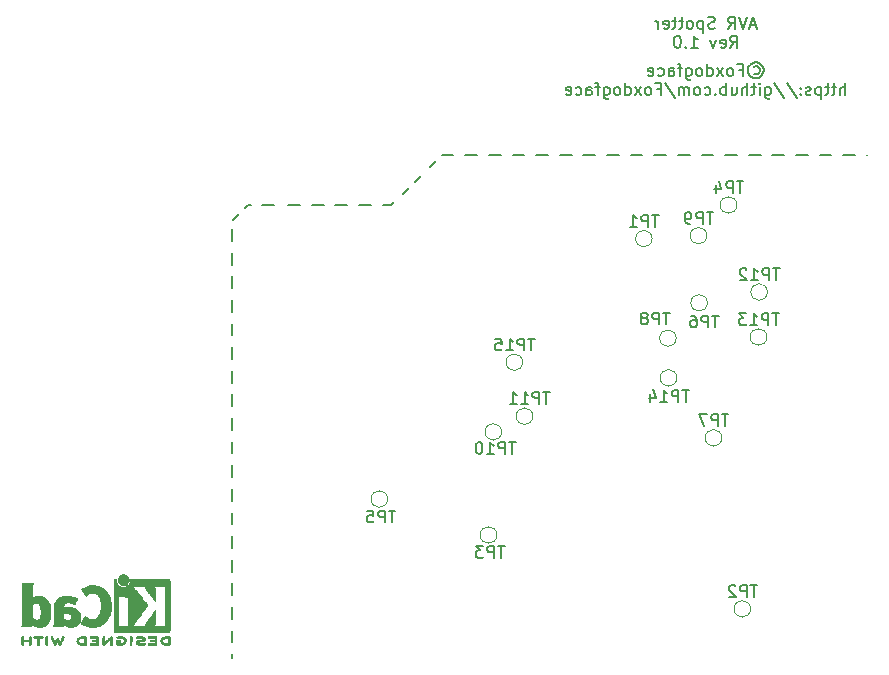
<source format=gbr>
%TF.GenerationSoftware,KiCad,Pcbnew,(6.0.10)*%
%TF.CreationDate,2023-05-17T01:35:15+02:00*%
%TF.ProjectId,spotter,73706f74-7465-4722-9e6b-696361645f70,1.0*%
%TF.SameCoordinates,Original*%
%TF.FileFunction,Legend,Bot*%
%TF.FilePolarity,Positive*%
%FSLAX46Y46*%
G04 Gerber Fmt 4.6, Leading zero omitted, Abs format (unit mm)*
G04 Created by KiCad (PCBNEW (6.0.10)) date 2023-05-17 01:35:15*
%MOMM*%
%LPD*%
G01*
G04 APERTURE LIST*
%ADD10C,0.150000*%
%ADD11C,0.010000*%
%ADD12C,0.120000*%
G04 APERTURE END LIST*
D10*
X138775000Y-106450000D02*
X139775000Y-106450000D01*
X171775000Y-102200000D02*
X172775000Y-102200000D01*
X159775000Y-102200000D02*
X160775000Y-102200000D01*
X144525000Y-105450000D02*
X145025000Y-104950000D01*
X130048000Y-109462000D02*
X130048000Y-108462000D01*
X131096000Y-106700000D02*
X131346000Y-106450000D01*
X153775000Y-102200000D02*
X154775000Y-102200000D01*
X146775000Y-103200000D02*
X147275000Y-102700000D01*
X131346000Y-106450000D02*
X131596000Y-106450000D01*
X165775000Y-102200000D02*
X166775000Y-102200000D01*
X143525000Y-106450000D02*
X143775000Y-106200000D01*
X130048000Y-113462000D02*
X130048000Y-112462000D01*
X130048000Y-111462000D02*
X130048000Y-110462000D01*
X173775000Y-102200000D02*
X174775000Y-102200000D01*
X175775000Y-102200000D02*
X176775000Y-102200000D01*
X130048000Y-127462000D02*
X130048000Y-126462000D01*
X134775000Y-106450000D02*
X135775000Y-106450000D01*
X163775000Y-102200000D02*
X164775000Y-102200000D01*
X183775000Y-102200000D02*
X183775000Y-102200000D01*
X130048000Y-115462000D02*
X130048000Y-114462000D01*
X132596000Y-106450000D02*
X133596000Y-106450000D01*
X130048000Y-119462000D02*
X130048000Y-118462000D01*
X130048000Y-131462000D02*
X130048000Y-130462000D01*
X130048000Y-144780000D02*
X130048000Y-144462000D01*
X147775000Y-102200000D02*
X148775000Y-102200000D01*
X179775000Y-102200000D02*
X180775000Y-102200000D01*
X130048000Y-135462000D02*
X130048000Y-134462000D01*
X130048000Y-139462000D02*
X130048000Y-138462000D01*
X130084000Y-107700000D02*
X130584000Y-107200000D01*
X157775000Y-102200000D02*
X158775000Y-102200000D01*
X177775000Y-102200000D02*
X178775000Y-102200000D01*
X181775000Y-102200000D02*
X182775000Y-102200000D01*
X169775000Y-102200000D02*
X170775000Y-102200000D01*
X167775000Y-102200000D02*
X168775000Y-102200000D01*
X136775000Y-106450000D02*
X137775000Y-106450000D01*
X145525000Y-104450000D02*
X146025000Y-103950000D01*
X130048000Y-117462000D02*
X130048000Y-116462000D01*
X149775000Y-102200000D02*
X150775000Y-102200000D01*
X142775000Y-106450000D02*
X143525000Y-106450000D01*
X130048000Y-125462000D02*
X130048000Y-124462000D01*
X130048000Y-129462000D02*
X130048000Y-128462000D01*
X151775000Y-102200000D02*
X152775000Y-102200000D01*
X130048000Y-123462000D02*
X130048000Y-122462000D01*
X130048000Y-141462000D02*
X130048000Y-140462000D01*
X130048000Y-143462000D02*
X130048000Y-142462000D01*
X140775000Y-106450000D02*
X141775000Y-106450000D01*
X130048000Y-133462000D02*
X130048000Y-132462000D01*
X130048000Y-137462000D02*
X130048000Y-136462000D01*
X161775000Y-102200000D02*
X162775000Y-102200000D01*
X130048000Y-121462000D02*
X130048000Y-120462000D01*
X155775000Y-102200000D02*
X156775000Y-102200000D01*
X174176819Y-94731876D02*
X174272057Y-94684257D01*
X174462533Y-94684257D01*
X174557771Y-94731876D01*
X174653009Y-94827114D01*
X174700628Y-94922352D01*
X174700628Y-95112828D01*
X174653009Y-95208066D01*
X174557771Y-95303304D01*
X174462533Y-95350923D01*
X174272057Y-95350923D01*
X174176819Y-95303304D01*
X174367295Y-94350923D02*
X174605390Y-94398542D01*
X174843485Y-94541400D01*
X174986342Y-94779495D01*
X175033961Y-95017590D01*
X174986342Y-95255685D01*
X174843485Y-95493780D01*
X174605390Y-95636638D01*
X174367295Y-95684257D01*
X174129200Y-95636638D01*
X173891104Y-95493780D01*
X173748247Y-95255685D01*
X173700628Y-95017590D01*
X173748247Y-94779495D01*
X173891104Y-94541400D01*
X174129200Y-94398542D01*
X174367295Y-94350923D01*
X172938723Y-94969971D02*
X173272057Y-94969971D01*
X173272057Y-95493780D02*
X173272057Y-94493780D01*
X172795866Y-94493780D01*
X172272057Y-95493780D02*
X172367295Y-95446161D01*
X172414914Y-95398542D01*
X172462533Y-95303304D01*
X172462533Y-95017590D01*
X172414914Y-94922352D01*
X172367295Y-94874733D01*
X172272057Y-94827114D01*
X172129200Y-94827114D01*
X172033961Y-94874733D01*
X171986342Y-94922352D01*
X171938723Y-95017590D01*
X171938723Y-95303304D01*
X171986342Y-95398542D01*
X172033961Y-95446161D01*
X172129200Y-95493780D01*
X172272057Y-95493780D01*
X171605390Y-95493780D02*
X171081580Y-94827114D01*
X171605390Y-94827114D02*
X171081580Y-95493780D01*
X170272057Y-95493780D02*
X170272057Y-94493780D01*
X170272057Y-95446161D02*
X170367295Y-95493780D01*
X170557771Y-95493780D01*
X170653009Y-95446161D01*
X170700628Y-95398542D01*
X170748247Y-95303304D01*
X170748247Y-95017590D01*
X170700628Y-94922352D01*
X170653009Y-94874733D01*
X170557771Y-94827114D01*
X170367295Y-94827114D01*
X170272057Y-94874733D01*
X169653009Y-95493780D02*
X169748247Y-95446161D01*
X169795866Y-95398542D01*
X169843485Y-95303304D01*
X169843485Y-95017590D01*
X169795866Y-94922352D01*
X169748247Y-94874733D01*
X169653009Y-94827114D01*
X169510152Y-94827114D01*
X169414914Y-94874733D01*
X169367295Y-94922352D01*
X169319676Y-95017590D01*
X169319676Y-95303304D01*
X169367295Y-95398542D01*
X169414914Y-95446161D01*
X169510152Y-95493780D01*
X169653009Y-95493780D01*
X168462533Y-94827114D02*
X168462533Y-95636638D01*
X168510152Y-95731876D01*
X168557771Y-95779495D01*
X168653009Y-95827114D01*
X168795866Y-95827114D01*
X168891104Y-95779495D01*
X168462533Y-95446161D02*
X168557771Y-95493780D01*
X168748247Y-95493780D01*
X168843485Y-95446161D01*
X168891104Y-95398542D01*
X168938723Y-95303304D01*
X168938723Y-95017590D01*
X168891104Y-94922352D01*
X168843485Y-94874733D01*
X168748247Y-94827114D01*
X168557771Y-94827114D01*
X168462533Y-94874733D01*
X168129200Y-94827114D02*
X167748247Y-94827114D01*
X167986342Y-95493780D02*
X167986342Y-94636638D01*
X167938723Y-94541400D01*
X167843485Y-94493780D01*
X167748247Y-94493780D01*
X166986342Y-95493780D02*
X166986342Y-94969971D01*
X167033961Y-94874733D01*
X167129200Y-94827114D01*
X167319676Y-94827114D01*
X167414914Y-94874733D01*
X166986342Y-95446161D02*
X167081580Y-95493780D01*
X167319676Y-95493780D01*
X167414914Y-95446161D01*
X167462533Y-95350923D01*
X167462533Y-95255685D01*
X167414914Y-95160447D01*
X167319676Y-95112828D01*
X167081580Y-95112828D01*
X166986342Y-95065209D01*
X166081580Y-95446161D02*
X166176819Y-95493780D01*
X166367295Y-95493780D01*
X166462533Y-95446161D01*
X166510152Y-95398542D01*
X166557771Y-95303304D01*
X166557771Y-95017590D01*
X166510152Y-94922352D01*
X166462533Y-94874733D01*
X166367295Y-94827114D01*
X166176819Y-94827114D01*
X166081580Y-94874733D01*
X165272057Y-95446161D02*
X165367295Y-95493780D01*
X165557771Y-95493780D01*
X165653009Y-95446161D01*
X165700628Y-95350923D01*
X165700628Y-94969971D01*
X165653009Y-94874733D01*
X165557771Y-94827114D01*
X165367295Y-94827114D01*
X165272057Y-94874733D01*
X165224438Y-94969971D01*
X165224438Y-95065209D01*
X165700628Y-95160447D01*
X181938723Y-97103780D02*
X181938723Y-96103780D01*
X181510152Y-97103780D02*
X181510152Y-96579971D01*
X181557771Y-96484733D01*
X181653009Y-96437114D01*
X181795866Y-96437114D01*
X181891104Y-96484733D01*
X181938723Y-96532352D01*
X181176819Y-96437114D02*
X180795866Y-96437114D01*
X181033961Y-96103780D02*
X181033961Y-96960923D01*
X180986342Y-97056161D01*
X180891104Y-97103780D01*
X180795866Y-97103780D01*
X180605390Y-96437114D02*
X180224438Y-96437114D01*
X180462533Y-96103780D02*
X180462533Y-96960923D01*
X180414914Y-97056161D01*
X180319676Y-97103780D01*
X180224438Y-97103780D01*
X179891104Y-96437114D02*
X179891104Y-97437114D01*
X179891104Y-96484733D02*
X179795866Y-96437114D01*
X179605390Y-96437114D01*
X179510152Y-96484733D01*
X179462533Y-96532352D01*
X179414914Y-96627590D01*
X179414914Y-96913304D01*
X179462533Y-97008542D01*
X179510152Y-97056161D01*
X179605390Y-97103780D01*
X179795866Y-97103780D01*
X179891104Y-97056161D01*
X179033961Y-97056161D02*
X178938723Y-97103780D01*
X178748247Y-97103780D01*
X178653009Y-97056161D01*
X178605390Y-96960923D01*
X178605390Y-96913304D01*
X178653009Y-96818066D01*
X178748247Y-96770447D01*
X178891104Y-96770447D01*
X178986342Y-96722828D01*
X179033961Y-96627590D01*
X179033961Y-96579971D01*
X178986342Y-96484733D01*
X178891104Y-96437114D01*
X178748247Y-96437114D01*
X178653009Y-96484733D01*
X178176819Y-97008542D02*
X178129200Y-97056161D01*
X178176819Y-97103780D01*
X178224438Y-97056161D01*
X178176819Y-97008542D01*
X178176819Y-97103780D01*
X178176819Y-96484733D02*
X178129200Y-96532352D01*
X178176819Y-96579971D01*
X178224438Y-96532352D01*
X178176819Y-96484733D01*
X178176819Y-96579971D01*
X176986342Y-96056161D02*
X177843485Y-97341876D01*
X175938723Y-96056161D02*
X176795866Y-97341876D01*
X175176819Y-96437114D02*
X175176819Y-97246638D01*
X175224438Y-97341876D01*
X175272057Y-97389495D01*
X175367295Y-97437114D01*
X175510152Y-97437114D01*
X175605390Y-97389495D01*
X175176819Y-97056161D02*
X175272057Y-97103780D01*
X175462533Y-97103780D01*
X175557771Y-97056161D01*
X175605390Y-97008542D01*
X175653009Y-96913304D01*
X175653009Y-96627590D01*
X175605390Y-96532352D01*
X175557771Y-96484733D01*
X175462533Y-96437114D01*
X175272057Y-96437114D01*
X175176819Y-96484733D01*
X174700628Y-97103780D02*
X174700628Y-96437114D01*
X174700628Y-96103780D02*
X174748247Y-96151400D01*
X174700628Y-96199019D01*
X174653009Y-96151400D01*
X174700628Y-96103780D01*
X174700628Y-96199019D01*
X174367295Y-96437114D02*
X173986342Y-96437114D01*
X174224438Y-96103780D02*
X174224438Y-96960923D01*
X174176819Y-97056161D01*
X174081580Y-97103780D01*
X173986342Y-97103780D01*
X173653009Y-97103780D02*
X173653009Y-96103780D01*
X173224438Y-97103780D02*
X173224438Y-96579971D01*
X173272057Y-96484733D01*
X173367295Y-96437114D01*
X173510152Y-96437114D01*
X173605390Y-96484733D01*
X173653009Y-96532352D01*
X172319676Y-96437114D02*
X172319676Y-97103780D01*
X172748247Y-96437114D02*
X172748247Y-96960923D01*
X172700628Y-97056161D01*
X172605390Y-97103780D01*
X172462533Y-97103780D01*
X172367295Y-97056161D01*
X172319676Y-97008542D01*
X171843485Y-97103780D02*
X171843485Y-96103780D01*
X171843485Y-96484733D02*
X171748247Y-96437114D01*
X171557771Y-96437114D01*
X171462533Y-96484733D01*
X171414914Y-96532352D01*
X171367295Y-96627590D01*
X171367295Y-96913304D01*
X171414914Y-97008542D01*
X171462533Y-97056161D01*
X171557771Y-97103780D01*
X171748247Y-97103780D01*
X171843485Y-97056161D01*
X170938723Y-97008542D02*
X170891104Y-97056161D01*
X170938723Y-97103780D01*
X170986342Y-97056161D01*
X170938723Y-97008542D01*
X170938723Y-97103780D01*
X170033961Y-97056161D02*
X170129200Y-97103780D01*
X170319676Y-97103780D01*
X170414914Y-97056161D01*
X170462533Y-97008542D01*
X170510152Y-96913304D01*
X170510152Y-96627590D01*
X170462533Y-96532352D01*
X170414914Y-96484733D01*
X170319676Y-96437114D01*
X170129200Y-96437114D01*
X170033961Y-96484733D01*
X169462533Y-97103780D02*
X169557771Y-97056161D01*
X169605390Y-97008542D01*
X169653009Y-96913304D01*
X169653009Y-96627590D01*
X169605390Y-96532352D01*
X169557771Y-96484733D01*
X169462533Y-96437114D01*
X169319676Y-96437114D01*
X169224438Y-96484733D01*
X169176819Y-96532352D01*
X169129200Y-96627590D01*
X169129200Y-96913304D01*
X169176819Y-97008542D01*
X169224438Y-97056161D01*
X169319676Y-97103780D01*
X169462533Y-97103780D01*
X168700628Y-97103780D02*
X168700628Y-96437114D01*
X168700628Y-96532352D02*
X168653009Y-96484733D01*
X168557771Y-96437114D01*
X168414914Y-96437114D01*
X168319676Y-96484733D01*
X168272057Y-96579971D01*
X168272057Y-97103780D01*
X168272057Y-96579971D02*
X168224438Y-96484733D01*
X168129200Y-96437114D01*
X167986342Y-96437114D01*
X167891104Y-96484733D01*
X167843485Y-96579971D01*
X167843485Y-97103780D01*
X166653009Y-96056161D02*
X167510152Y-97341876D01*
X165986342Y-96579971D02*
X166319676Y-96579971D01*
X166319676Y-97103780D02*
X166319676Y-96103780D01*
X165843485Y-96103780D01*
X165319676Y-97103780D02*
X165414914Y-97056161D01*
X165462533Y-97008542D01*
X165510152Y-96913304D01*
X165510152Y-96627590D01*
X165462533Y-96532352D01*
X165414914Y-96484733D01*
X165319676Y-96437114D01*
X165176819Y-96437114D01*
X165081580Y-96484733D01*
X165033961Y-96532352D01*
X164986342Y-96627590D01*
X164986342Y-96913304D01*
X165033961Y-97008542D01*
X165081580Y-97056161D01*
X165176819Y-97103780D01*
X165319676Y-97103780D01*
X164653009Y-97103780D02*
X164129200Y-96437114D01*
X164653009Y-96437114D02*
X164129200Y-97103780D01*
X163319676Y-97103780D02*
X163319676Y-96103780D01*
X163319676Y-97056161D02*
X163414914Y-97103780D01*
X163605390Y-97103780D01*
X163700628Y-97056161D01*
X163748247Y-97008542D01*
X163795866Y-96913304D01*
X163795866Y-96627590D01*
X163748247Y-96532352D01*
X163700628Y-96484733D01*
X163605390Y-96437114D01*
X163414914Y-96437114D01*
X163319676Y-96484733D01*
X162700628Y-97103780D02*
X162795866Y-97056161D01*
X162843485Y-97008542D01*
X162891104Y-96913304D01*
X162891104Y-96627590D01*
X162843485Y-96532352D01*
X162795866Y-96484733D01*
X162700628Y-96437114D01*
X162557771Y-96437114D01*
X162462533Y-96484733D01*
X162414914Y-96532352D01*
X162367295Y-96627590D01*
X162367295Y-96913304D01*
X162414914Y-97008542D01*
X162462533Y-97056161D01*
X162557771Y-97103780D01*
X162700628Y-97103780D01*
X161510152Y-96437114D02*
X161510152Y-97246638D01*
X161557771Y-97341876D01*
X161605390Y-97389495D01*
X161700628Y-97437114D01*
X161843485Y-97437114D01*
X161938723Y-97389495D01*
X161510152Y-97056161D02*
X161605390Y-97103780D01*
X161795866Y-97103780D01*
X161891104Y-97056161D01*
X161938723Y-97008542D01*
X161986342Y-96913304D01*
X161986342Y-96627590D01*
X161938723Y-96532352D01*
X161891104Y-96484733D01*
X161795866Y-96437114D01*
X161605390Y-96437114D01*
X161510152Y-96484733D01*
X161176819Y-96437114D02*
X160795866Y-96437114D01*
X161033961Y-97103780D02*
X161033961Y-96246638D01*
X160986342Y-96151400D01*
X160891104Y-96103780D01*
X160795866Y-96103780D01*
X160033961Y-97103780D02*
X160033961Y-96579971D01*
X160081580Y-96484733D01*
X160176819Y-96437114D01*
X160367295Y-96437114D01*
X160462533Y-96484733D01*
X160033961Y-97056161D02*
X160129200Y-97103780D01*
X160367295Y-97103780D01*
X160462533Y-97056161D01*
X160510152Y-96960923D01*
X160510152Y-96865685D01*
X160462533Y-96770447D01*
X160367295Y-96722828D01*
X160129200Y-96722828D01*
X160033961Y-96675209D01*
X159129200Y-97056161D02*
X159224438Y-97103780D01*
X159414914Y-97103780D01*
X159510152Y-97056161D01*
X159557771Y-97008542D01*
X159605390Y-96913304D01*
X159605390Y-96627590D01*
X159557771Y-96532352D01*
X159510152Y-96484733D01*
X159414914Y-96437114D01*
X159224438Y-96437114D01*
X159129200Y-96484733D01*
X158319676Y-97056161D02*
X158414914Y-97103780D01*
X158605390Y-97103780D01*
X158700628Y-97056161D01*
X158748247Y-96960923D01*
X158748247Y-96579971D01*
X158700628Y-96484733D01*
X158605390Y-96437114D01*
X158414914Y-96437114D01*
X158319676Y-96484733D01*
X158272057Y-96579971D01*
X158272057Y-96675209D01*
X158748247Y-96770447D01*
X174367295Y-91208066D02*
X173891104Y-91208066D01*
X174462533Y-91493780D02*
X174129200Y-90493780D01*
X173795866Y-91493780D01*
X173605390Y-90493780D02*
X173272057Y-91493780D01*
X172938723Y-90493780D01*
X172033961Y-91493780D02*
X172367295Y-91017590D01*
X172605390Y-91493780D02*
X172605390Y-90493780D01*
X172224438Y-90493780D01*
X172129200Y-90541400D01*
X172081580Y-90589019D01*
X172033961Y-90684257D01*
X172033961Y-90827114D01*
X172081580Y-90922352D01*
X172129200Y-90969971D01*
X172224438Y-91017590D01*
X172605390Y-91017590D01*
X170891104Y-91446161D02*
X170748247Y-91493780D01*
X170510152Y-91493780D01*
X170414914Y-91446161D01*
X170367295Y-91398542D01*
X170319676Y-91303304D01*
X170319676Y-91208066D01*
X170367295Y-91112828D01*
X170414914Y-91065209D01*
X170510152Y-91017590D01*
X170700628Y-90969971D01*
X170795866Y-90922352D01*
X170843485Y-90874733D01*
X170891104Y-90779495D01*
X170891104Y-90684257D01*
X170843485Y-90589019D01*
X170795866Y-90541400D01*
X170700628Y-90493780D01*
X170462533Y-90493780D01*
X170319676Y-90541400D01*
X169891104Y-90827114D02*
X169891104Y-91827114D01*
X169891104Y-90874733D02*
X169795866Y-90827114D01*
X169605390Y-90827114D01*
X169510152Y-90874733D01*
X169462533Y-90922352D01*
X169414914Y-91017590D01*
X169414914Y-91303304D01*
X169462533Y-91398542D01*
X169510152Y-91446161D01*
X169605390Y-91493780D01*
X169795866Y-91493780D01*
X169891104Y-91446161D01*
X168843485Y-91493780D02*
X168938723Y-91446161D01*
X168986342Y-91398542D01*
X169033961Y-91303304D01*
X169033961Y-91017590D01*
X168986342Y-90922352D01*
X168938723Y-90874733D01*
X168843485Y-90827114D01*
X168700628Y-90827114D01*
X168605390Y-90874733D01*
X168557771Y-90922352D01*
X168510152Y-91017590D01*
X168510152Y-91303304D01*
X168557771Y-91398542D01*
X168605390Y-91446161D01*
X168700628Y-91493780D01*
X168843485Y-91493780D01*
X168224438Y-90827114D02*
X167843485Y-90827114D01*
X168081580Y-90493780D02*
X168081580Y-91350923D01*
X168033961Y-91446161D01*
X167938723Y-91493780D01*
X167843485Y-91493780D01*
X167653009Y-90827114D02*
X167272057Y-90827114D01*
X167510152Y-90493780D02*
X167510152Y-91350923D01*
X167462533Y-91446161D01*
X167367295Y-91493780D01*
X167272057Y-91493780D01*
X166557771Y-91446161D02*
X166653009Y-91493780D01*
X166843485Y-91493780D01*
X166938723Y-91446161D01*
X166986342Y-91350923D01*
X166986342Y-90969971D01*
X166938723Y-90874733D01*
X166843485Y-90827114D01*
X166653009Y-90827114D01*
X166557771Y-90874733D01*
X166510152Y-90969971D01*
X166510152Y-91065209D01*
X166986342Y-91160447D01*
X166081580Y-91493780D02*
X166081580Y-90827114D01*
X166081580Y-91017590D02*
X166033961Y-90922352D01*
X165986342Y-90874733D01*
X165891104Y-90827114D01*
X165795866Y-90827114D01*
X172200628Y-93103780D02*
X172533961Y-92627590D01*
X172772057Y-93103780D02*
X172772057Y-92103780D01*
X172391104Y-92103780D01*
X172295866Y-92151400D01*
X172248247Y-92199019D01*
X172200628Y-92294257D01*
X172200628Y-92437114D01*
X172248247Y-92532352D01*
X172295866Y-92579971D01*
X172391104Y-92627590D01*
X172772057Y-92627590D01*
X171391104Y-93056161D02*
X171486342Y-93103780D01*
X171676819Y-93103780D01*
X171772057Y-93056161D01*
X171819676Y-92960923D01*
X171819676Y-92579971D01*
X171772057Y-92484733D01*
X171676819Y-92437114D01*
X171486342Y-92437114D01*
X171391104Y-92484733D01*
X171343485Y-92579971D01*
X171343485Y-92675209D01*
X171819676Y-92770447D01*
X171010152Y-92437114D02*
X170772057Y-93103780D01*
X170533961Y-92437114D01*
X168867295Y-93103780D02*
X169438723Y-93103780D01*
X169153009Y-93103780D02*
X169153009Y-92103780D01*
X169248247Y-92246638D01*
X169343485Y-92341876D01*
X169438723Y-92389495D01*
X168438723Y-93008542D02*
X168391104Y-93056161D01*
X168438723Y-93103780D01*
X168486342Y-93056161D01*
X168438723Y-93008542D01*
X168438723Y-93103780D01*
X167772057Y-92103780D02*
X167676819Y-92103780D01*
X167581580Y-92151400D01*
X167533961Y-92199019D01*
X167486342Y-92294257D01*
X167438723Y-92484733D01*
X167438723Y-92722828D01*
X167486342Y-92913304D01*
X167533961Y-93008542D01*
X167581580Y-93056161D01*
X167676819Y-93103780D01*
X167772057Y-93103780D01*
X167867295Y-93056161D01*
X167914914Y-93008542D01*
X167962533Y-92913304D01*
X168010152Y-92722828D01*
X168010152Y-92484733D01*
X167962533Y-92294257D01*
X167914914Y-92199019D01*
X167867295Y-92151400D01*
X167772057Y-92103780D01*
%TO.C,TP15*%
X155662095Y-117739980D02*
X155090666Y-117739980D01*
X155376380Y-118739980D02*
X155376380Y-117739980D01*
X154757333Y-118739980D02*
X154757333Y-117739980D01*
X154376380Y-117739980D01*
X154281142Y-117787600D01*
X154233523Y-117835219D01*
X154185904Y-117930457D01*
X154185904Y-118073314D01*
X154233523Y-118168552D01*
X154281142Y-118216171D01*
X154376380Y-118263790D01*
X154757333Y-118263790D01*
X153233523Y-118739980D02*
X153804952Y-118739980D01*
X153519238Y-118739980D02*
X153519238Y-117739980D01*
X153614476Y-117882838D01*
X153709714Y-117978076D01*
X153804952Y-118025695D01*
X152328761Y-117739980D02*
X152804952Y-117739980D01*
X152852571Y-118216171D01*
X152804952Y-118168552D01*
X152709714Y-118120933D01*
X152471619Y-118120933D01*
X152376380Y-118168552D01*
X152328761Y-118216171D01*
X152281142Y-118311409D01*
X152281142Y-118549504D01*
X152328761Y-118644742D01*
X152376380Y-118692361D01*
X152471619Y-118739980D01*
X152709714Y-118739980D01*
X152804952Y-118692361D01*
X152852571Y-118644742D01*
%TO.C,TP14*%
X168717695Y-122083580D02*
X168146266Y-122083580D01*
X168431980Y-123083580D02*
X168431980Y-122083580D01*
X167812933Y-123083580D02*
X167812933Y-122083580D01*
X167431980Y-122083580D01*
X167336742Y-122131200D01*
X167289123Y-122178819D01*
X167241504Y-122274057D01*
X167241504Y-122416914D01*
X167289123Y-122512152D01*
X167336742Y-122559771D01*
X167431980Y-122607390D01*
X167812933Y-122607390D01*
X166289123Y-123083580D02*
X166860552Y-123083580D01*
X166574838Y-123083580D02*
X166574838Y-122083580D01*
X166670076Y-122226438D01*
X166765314Y-122321676D01*
X166860552Y-122369295D01*
X165431980Y-122416914D02*
X165431980Y-123083580D01*
X165670076Y-122035961D02*
X165908171Y-122750247D01*
X165289123Y-122750247D01*
%TO.C,TP13*%
X176337695Y-115606380D02*
X175766266Y-115606380D01*
X176051980Y-116606380D02*
X176051980Y-115606380D01*
X175432933Y-116606380D02*
X175432933Y-115606380D01*
X175051980Y-115606380D01*
X174956742Y-115654000D01*
X174909123Y-115701619D01*
X174861504Y-115796857D01*
X174861504Y-115939714D01*
X174909123Y-116034952D01*
X174956742Y-116082571D01*
X175051980Y-116130190D01*
X175432933Y-116130190D01*
X173909123Y-116606380D02*
X174480552Y-116606380D01*
X174194838Y-116606380D02*
X174194838Y-115606380D01*
X174290076Y-115749238D01*
X174385314Y-115844476D01*
X174480552Y-115892095D01*
X173575790Y-115606380D02*
X172956742Y-115606380D01*
X173290076Y-115987333D01*
X173147219Y-115987333D01*
X173051980Y-116034952D01*
X173004361Y-116082571D01*
X172956742Y-116177809D01*
X172956742Y-116415904D01*
X173004361Y-116511142D01*
X173051980Y-116558761D01*
X173147219Y-116606380D01*
X173432933Y-116606380D01*
X173528171Y-116558761D01*
X173575790Y-116511142D01*
%TO.C,TP12*%
X176388495Y-111796380D02*
X175817066Y-111796380D01*
X176102780Y-112796380D02*
X176102780Y-111796380D01*
X175483733Y-112796380D02*
X175483733Y-111796380D01*
X175102780Y-111796380D01*
X175007542Y-111844000D01*
X174959923Y-111891619D01*
X174912304Y-111986857D01*
X174912304Y-112129714D01*
X174959923Y-112224952D01*
X175007542Y-112272571D01*
X175102780Y-112320190D01*
X175483733Y-112320190D01*
X173959923Y-112796380D02*
X174531352Y-112796380D01*
X174245638Y-112796380D02*
X174245638Y-111796380D01*
X174340876Y-111939238D01*
X174436114Y-112034476D01*
X174531352Y-112082095D01*
X173578971Y-111891619D02*
X173531352Y-111844000D01*
X173436114Y-111796380D01*
X173198019Y-111796380D01*
X173102780Y-111844000D01*
X173055161Y-111891619D01*
X173007542Y-111986857D01*
X173007542Y-112082095D01*
X173055161Y-112224952D01*
X173626590Y-112796380D01*
X173007542Y-112796380D01*
%TO.C,TP11*%
X156932095Y-122235980D02*
X156360666Y-122235980D01*
X156646380Y-123235980D02*
X156646380Y-122235980D01*
X156027333Y-123235980D02*
X156027333Y-122235980D01*
X155646380Y-122235980D01*
X155551142Y-122283600D01*
X155503523Y-122331219D01*
X155455904Y-122426457D01*
X155455904Y-122569314D01*
X155503523Y-122664552D01*
X155551142Y-122712171D01*
X155646380Y-122759790D01*
X156027333Y-122759790D01*
X154503523Y-123235980D02*
X155074952Y-123235980D01*
X154789238Y-123235980D02*
X154789238Y-122235980D01*
X154884476Y-122378838D01*
X154979714Y-122474076D01*
X155074952Y-122521695D01*
X153551142Y-123235980D02*
X154122571Y-123235980D01*
X153836857Y-123235980D02*
X153836857Y-122235980D01*
X153932095Y-122378838D01*
X154027333Y-122474076D01*
X154122571Y-122521695D01*
%TO.C,TP10*%
X154036495Y-126503180D02*
X153465066Y-126503180D01*
X153750780Y-127503180D02*
X153750780Y-126503180D01*
X153131733Y-127503180D02*
X153131733Y-126503180D01*
X152750780Y-126503180D01*
X152655542Y-126550800D01*
X152607923Y-126598419D01*
X152560304Y-126693657D01*
X152560304Y-126836514D01*
X152607923Y-126931752D01*
X152655542Y-126979371D01*
X152750780Y-127026990D01*
X153131733Y-127026990D01*
X151607923Y-127503180D02*
X152179352Y-127503180D01*
X151893638Y-127503180D02*
X151893638Y-126503180D01*
X151988876Y-126646038D01*
X152084114Y-126741276D01*
X152179352Y-126788895D01*
X150988876Y-126503180D02*
X150893638Y-126503180D01*
X150798400Y-126550800D01*
X150750780Y-126598419D01*
X150703161Y-126693657D01*
X150655542Y-126884133D01*
X150655542Y-127122228D01*
X150703161Y-127312704D01*
X150750780Y-127407942D01*
X150798400Y-127455561D01*
X150893638Y-127503180D01*
X150988876Y-127503180D01*
X151084114Y-127455561D01*
X151131733Y-127407942D01*
X151179352Y-127312704D01*
X151226971Y-127122228D01*
X151226971Y-126884133D01*
X151179352Y-126693657D01*
X151131733Y-126598419D01*
X151084114Y-126550800D01*
X150988876Y-126503180D01*
%TO.C,TP9*%
X170781504Y-107021180D02*
X170210076Y-107021180D01*
X170495790Y-108021180D02*
X170495790Y-107021180D01*
X169876742Y-108021180D02*
X169876742Y-107021180D01*
X169495790Y-107021180D01*
X169400552Y-107068800D01*
X169352933Y-107116419D01*
X169305314Y-107211657D01*
X169305314Y-107354514D01*
X169352933Y-107449752D01*
X169400552Y-107497371D01*
X169495790Y-107544990D01*
X169876742Y-107544990D01*
X168829123Y-108021180D02*
X168638647Y-108021180D01*
X168543409Y-107973561D01*
X168495790Y-107925942D01*
X168400552Y-107783085D01*
X168352933Y-107592609D01*
X168352933Y-107211657D01*
X168400552Y-107116419D01*
X168448171Y-107068800D01*
X168543409Y-107021180D01*
X168733885Y-107021180D01*
X168829123Y-107068800D01*
X168876742Y-107116419D01*
X168924361Y-107211657D01*
X168924361Y-107449752D01*
X168876742Y-107544990D01*
X168829123Y-107592609D01*
X168733885Y-107640228D01*
X168543409Y-107640228D01*
X168448171Y-107592609D01*
X168400552Y-107544990D01*
X168352933Y-107449752D01*
%TO.C,TP8*%
X167073104Y-115530380D02*
X166501676Y-115530380D01*
X166787390Y-116530380D02*
X166787390Y-115530380D01*
X166168342Y-116530380D02*
X166168342Y-115530380D01*
X165787390Y-115530380D01*
X165692152Y-115578000D01*
X165644533Y-115625619D01*
X165596914Y-115720857D01*
X165596914Y-115863714D01*
X165644533Y-115958952D01*
X165692152Y-116006571D01*
X165787390Y-116054190D01*
X166168342Y-116054190D01*
X165025485Y-115958952D02*
X165120723Y-115911333D01*
X165168342Y-115863714D01*
X165215961Y-115768476D01*
X165215961Y-115720857D01*
X165168342Y-115625619D01*
X165120723Y-115578000D01*
X165025485Y-115530380D01*
X164835009Y-115530380D01*
X164739771Y-115578000D01*
X164692152Y-115625619D01*
X164644533Y-115720857D01*
X164644533Y-115768476D01*
X164692152Y-115863714D01*
X164739771Y-115911333D01*
X164835009Y-115958952D01*
X165025485Y-115958952D01*
X165120723Y-116006571D01*
X165168342Y-116054190D01*
X165215961Y-116149428D01*
X165215961Y-116339904D01*
X165168342Y-116435142D01*
X165120723Y-116482761D01*
X165025485Y-116530380D01*
X164835009Y-116530380D01*
X164739771Y-116482761D01*
X164692152Y-116435142D01*
X164644533Y-116339904D01*
X164644533Y-116149428D01*
X164692152Y-116054190D01*
X164739771Y-116006571D01*
X164835009Y-115958952D01*
%TO.C,TP7*%
X172051504Y-124140780D02*
X171480076Y-124140780D01*
X171765790Y-125140780D02*
X171765790Y-124140780D01*
X171146742Y-125140780D02*
X171146742Y-124140780D01*
X170765790Y-124140780D01*
X170670552Y-124188400D01*
X170622933Y-124236019D01*
X170575314Y-124331257D01*
X170575314Y-124474114D01*
X170622933Y-124569352D01*
X170670552Y-124616971D01*
X170765790Y-124664590D01*
X171146742Y-124664590D01*
X170241980Y-124140780D02*
X169575314Y-124140780D01*
X170003885Y-125140780D01*
%TO.C,TP6*%
X171238704Y-115784380D02*
X170667276Y-115784380D01*
X170952990Y-116784380D02*
X170952990Y-115784380D01*
X170333942Y-116784380D02*
X170333942Y-115784380D01*
X169952990Y-115784380D01*
X169857752Y-115832000D01*
X169810133Y-115879619D01*
X169762514Y-115974857D01*
X169762514Y-116117714D01*
X169810133Y-116212952D01*
X169857752Y-116260571D01*
X169952990Y-116308190D01*
X170333942Y-116308190D01*
X168905371Y-115784380D02*
X169095847Y-115784380D01*
X169191085Y-115832000D01*
X169238704Y-115879619D01*
X169333942Y-116022476D01*
X169381561Y-116212952D01*
X169381561Y-116593904D01*
X169333942Y-116689142D01*
X169286323Y-116736761D01*
X169191085Y-116784380D01*
X169000609Y-116784380D01*
X168905371Y-116736761D01*
X168857752Y-116689142D01*
X168810133Y-116593904D01*
X168810133Y-116355809D01*
X168857752Y-116260571D01*
X168905371Y-116212952D01*
X169000609Y-116165333D01*
X169191085Y-116165333D01*
X169286323Y-116212952D01*
X169333942Y-116260571D01*
X169381561Y-116355809D01*
%TO.C,TP5*%
X143857504Y-132294380D02*
X143286076Y-132294380D01*
X143571790Y-133294380D02*
X143571790Y-132294380D01*
X142952742Y-133294380D02*
X142952742Y-132294380D01*
X142571790Y-132294380D01*
X142476552Y-132342000D01*
X142428933Y-132389619D01*
X142381314Y-132484857D01*
X142381314Y-132627714D01*
X142428933Y-132722952D01*
X142476552Y-132770571D01*
X142571790Y-132818190D01*
X142952742Y-132818190D01*
X141476552Y-132294380D02*
X141952742Y-132294380D01*
X142000361Y-132770571D01*
X141952742Y-132722952D01*
X141857504Y-132675333D01*
X141619409Y-132675333D01*
X141524171Y-132722952D01*
X141476552Y-132770571D01*
X141428933Y-132865809D01*
X141428933Y-133103904D01*
X141476552Y-133199142D01*
X141524171Y-133246761D01*
X141619409Y-133294380D01*
X141857504Y-133294380D01*
X141952742Y-133246761D01*
X142000361Y-133199142D01*
%TO.C,TP4*%
X173321504Y-104430380D02*
X172750076Y-104430380D01*
X173035790Y-105430380D02*
X173035790Y-104430380D01*
X172416742Y-105430380D02*
X172416742Y-104430380D01*
X172035790Y-104430380D01*
X171940552Y-104478000D01*
X171892933Y-104525619D01*
X171845314Y-104620857D01*
X171845314Y-104763714D01*
X171892933Y-104858952D01*
X171940552Y-104906571D01*
X172035790Y-104954190D01*
X172416742Y-104954190D01*
X170988171Y-104763714D02*
X170988171Y-105430380D01*
X171226266Y-104382761D02*
X171464361Y-105097047D01*
X170845314Y-105097047D01*
%TO.C,TP3*%
X153103104Y-135291580D02*
X152531676Y-135291580D01*
X152817390Y-136291580D02*
X152817390Y-135291580D01*
X152198342Y-136291580D02*
X152198342Y-135291580D01*
X151817390Y-135291580D01*
X151722152Y-135339200D01*
X151674533Y-135386819D01*
X151626914Y-135482057D01*
X151626914Y-135624914D01*
X151674533Y-135720152D01*
X151722152Y-135767771D01*
X151817390Y-135815390D01*
X152198342Y-135815390D01*
X151293580Y-135291580D02*
X150674533Y-135291580D01*
X151007866Y-135672533D01*
X150865009Y-135672533D01*
X150769771Y-135720152D01*
X150722152Y-135767771D01*
X150674533Y-135863009D01*
X150674533Y-136101104D01*
X150722152Y-136196342D01*
X150769771Y-136243961D01*
X150865009Y-136291580D01*
X151150723Y-136291580D01*
X151245961Y-136243961D01*
X151293580Y-136196342D01*
%TO.C,TP2*%
X174489904Y-138618780D02*
X173918476Y-138618780D01*
X174204190Y-139618780D02*
X174204190Y-138618780D01*
X173585142Y-139618780D02*
X173585142Y-138618780D01*
X173204190Y-138618780D01*
X173108952Y-138666400D01*
X173061333Y-138714019D01*
X173013714Y-138809257D01*
X173013714Y-138952114D01*
X173061333Y-139047352D01*
X173108952Y-139094971D01*
X173204190Y-139142590D01*
X173585142Y-139142590D01*
X172632761Y-138714019D02*
X172585142Y-138666400D01*
X172489904Y-138618780D01*
X172251809Y-138618780D01*
X172156571Y-138666400D01*
X172108952Y-138714019D01*
X172061333Y-138809257D01*
X172061333Y-138904495D01*
X172108952Y-139047352D01*
X172680380Y-139618780D01*
X172061333Y-139618780D01*
%TO.C,TP1*%
X166158704Y-107275180D02*
X165587276Y-107275180D01*
X165872990Y-108275180D02*
X165872990Y-107275180D01*
X165253942Y-108275180D02*
X165253942Y-107275180D01*
X164872990Y-107275180D01*
X164777752Y-107322800D01*
X164730133Y-107370419D01*
X164682514Y-107465657D01*
X164682514Y-107608514D01*
X164730133Y-107703752D01*
X164777752Y-107751371D01*
X164872990Y-107798990D01*
X165253942Y-107798990D01*
X163730133Y-108275180D02*
X164301561Y-108275180D01*
X164015847Y-108275180D02*
X164015847Y-107275180D01*
X164111085Y-107418038D01*
X164206323Y-107513276D01*
X164301561Y-107560895D01*
%TO.C,REF\u002A\u002A*%
G36*
X117648763Y-143578375D02*
G01*
X117645835Y-143601295D01*
X117641758Y-143617097D01*
X117636343Y-143628519D01*
X117629403Y-143638300D01*
X117606006Y-143668045D01*
X117440314Y-143667451D01*
X117405518Y-143667153D01*
X117307035Y-143663722D01*
X117226073Y-143656039D01*
X117158979Y-143643482D01*
X117102096Y-143625427D01*
X117051769Y-143601252D01*
X117048410Y-143599335D01*
X116990598Y-143562617D01*
X116948244Y-143525651D01*
X116915428Y-143482166D01*
X116886228Y-143425889D01*
X116881946Y-143416273D01*
X116859369Y-143353087D01*
X116853634Y-143307533D01*
X117002879Y-143307533D01*
X117008492Y-143332261D01*
X117014218Y-143348139D01*
X117047148Y-143408047D01*
X117094486Y-143453800D01*
X117158252Y-143486936D01*
X117240461Y-143508990D01*
X117243255Y-143509492D01*
X117289540Y-143515455D01*
X117345936Y-143519683D01*
X117400874Y-143521289D01*
X117494756Y-143521289D01*
X117494756Y-143081022D01*
X117407267Y-143081470D01*
X117340347Y-143083946D01*
X117247949Y-143095198D01*
X117168634Y-143114737D01*
X117106660Y-143141711D01*
X117075720Y-143162440D01*
X117047600Y-143192206D01*
X117024260Y-143234634D01*
X117017133Y-143250600D01*
X117005309Y-143283102D01*
X117002879Y-143307533D01*
X116853634Y-143307533D01*
X116852397Y-143297709D01*
X116860999Y-143242683D01*
X116885141Y-143180551D01*
X116885937Y-143178858D01*
X116926388Y-143109436D01*
X116977073Y-143052838D01*
X117039798Y-143008270D01*
X117116374Y-142974941D01*
X117208609Y-142952061D01*
X117318312Y-142938836D01*
X117447291Y-142934475D01*
X117450863Y-142934470D01*
X117510883Y-142934610D01*
X117552814Y-142935646D01*
X117580928Y-142938240D01*
X117599497Y-142943053D01*
X117612794Y-142950744D01*
X117625091Y-142961976D01*
X117652800Y-142989685D01*
X117652800Y-143299120D01*
X117652775Y-143360726D01*
X117652550Y-143439511D01*
X117651932Y-143500221D01*
X117651375Y-143521289D01*
X117650733Y-143545596D01*
X117648763Y-143578375D01*
G37*
D11*
X117648763Y-143578375D02*
X117645835Y-143601295D01*
X117641758Y-143617097D01*
X117636343Y-143628519D01*
X117629403Y-143638300D01*
X117606006Y-143668045D01*
X117440314Y-143667451D01*
X117405518Y-143667153D01*
X117307035Y-143663722D01*
X117226073Y-143656039D01*
X117158979Y-143643482D01*
X117102096Y-143625427D01*
X117051769Y-143601252D01*
X117048410Y-143599335D01*
X116990598Y-143562617D01*
X116948244Y-143525651D01*
X116915428Y-143482166D01*
X116886228Y-143425889D01*
X116881946Y-143416273D01*
X116859369Y-143353087D01*
X116853634Y-143307533D01*
X117002879Y-143307533D01*
X117008492Y-143332261D01*
X117014218Y-143348139D01*
X117047148Y-143408047D01*
X117094486Y-143453800D01*
X117158252Y-143486936D01*
X117240461Y-143508990D01*
X117243255Y-143509492D01*
X117289540Y-143515455D01*
X117345936Y-143519683D01*
X117400874Y-143521289D01*
X117494756Y-143521289D01*
X117494756Y-143081022D01*
X117407267Y-143081470D01*
X117340347Y-143083946D01*
X117247949Y-143095198D01*
X117168634Y-143114737D01*
X117106660Y-143141711D01*
X117075720Y-143162440D01*
X117047600Y-143192206D01*
X117024260Y-143234634D01*
X117017133Y-143250600D01*
X117005309Y-143283102D01*
X117002879Y-143307533D01*
X116853634Y-143307533D01*
X116852397Y-143297709D01*
X116860999Y-143242683D01*
X116885141Y-143180551D01*
X116885937Y-143178858D01*
X116926388Y-143109436D01*
X116977073Y-143052838D01*
X117039798Y-143008270D01*
X117116374Y-142974941D01*
X117208609Y-142952061D01*
X117318312Y-142938836D01*
X117447291Y-142934475D01*
X117450863Y-142934470D01*
X117510883Y-142934610D01*
X117552814Y-142935646D01*
X117580928Y-142938240D01*
X117599497Y-142943053D01*
X117612794Y-142950744D01*
X117625091Y-142961976D01*
X117652800Y-142989685D01*
X117652800Y-143299120D01*
X117652775Y-143360726D01*
X117652550Y-143439511D01*
X117651932Y-143500221D01*
X117651375Y-143521289D01*
X117650733Y-143545596D01*
X117648763Y-143578375D01*
G36*
X120920162Y-137698050D02*
G01*
X121002913Y-137725253D01*
X121078006Y-137770684D01*
X121149898Y-137836502D01*
X121188446Y-137880767D01*
X121227856Y-137939161D01*
X121253046Y-137999786D01*
X121266461Y-138069065D01*
X121270548Y-138153422D01*
X121270269Y-138199507D01*
X121268060Y-138240650D01*
X121262494Y-138272782D01*
X121252186Y-138303322D01*
X121235748Y-138339689D01*
X121221800Y-138366928D01*
X121163265Y-138452629D01*
X121091219Y-138521817D01*
X121007547Y-138572941D01*
X120914131Y-138604450D01*
X120881034Y-138611425D01*
X120840560Y-138618294D01*
X120807599Y-138620119D01*
X120773298Y-138617147D01*
X120728800Y-138609626D01*
X120677534Y-138597202D01*
X120587034Y-138559312D01*
X120507945Y-138505036D01*
X120442128Y-138436970D01*
X120391440Y-138357711D01*
X120357740Y-138269854D01*
X120342886Y-138175995D01*
X120348736Y-138078730D01*
X120374999Y-137982420D01*
X120420018Y-137893694D01*
X120480973Y-137818619D01*
X120555784Y-137758841D01*
X120642368Y-137716009D01*
X120738643Y-137691771D01*
X120842528Y-137687776D01*
X120920162Y-137698050D01*
G37*
X120920162Y-137698050D02*
X121002913Y-137725253D01*
X121078006Y-137770684D01*
X121149898Y-137836502D01*
X121188446Y-137880767D01*
X121227856Y-137939161D01*
X121253046Y-137999786D01*
X121266461Y-138069065D01*
X121270548Y-138153422D01*
X121270269Y-138199507D01*
X121268060Y-138240650D01*
X121262494Y-138272782D01*
X121252186Y-138303322D01*
X121235748Y-138339689D01*
X121221800Y-138366928D01*
X121163265Y-138452629D01*
X121091219Y-138521817D01*
X121007547Y-138572941D01*
X120914131Y-138604450D01*
X120881034Y-138611425D01*
X120840560Y-138618294D01*
X120807599Y-138620119D01*
X120773298Y-138617147D01*
X120728800Y-138609626D01*
X120677534Y-138597202D01*
X120587034Y-138559312D01*
X120507945Y-138505036D01*
X120442128Y-138436970D01*
X120391440Y-138357711D01*
X120357740Y-138269854D01*
X120342886Y-138175995D01*
X120348736Y-138078730D01*
X120374999Y-137982420D01*
X120420018Y-137893694D01*
X120480973Y-137818619D01*
X120555784Y-137758841D01*
X120642368Y-137716009D01*
X120738643Y-137691771D01*
X120842528Y-137687776D01*
X120920162Y-137698050D01*
G36*
X120594750Y-142939379D02*
G01*
X120700757Y-142955694D01*
X120794569Y-142983745D01*
X120873365Y-143022652D01*
X120934319Y-143071534D01*
X120960389Y-143104395D01*
X120989897Y-143153594D01*
X121015168Y-143207452D01*
X121032818Y-143258619D01*
X121039458Y-143299744D01*
X121037898Y-143319459D01*
X121024957Y-143370792D01*
X121001794Y-143427318D01*
X120971902Y-143481235D01*
X120938773Y-143524739D01*
X120928577Y-143535087D01*
X120861492Y-143586862D01*
X120781366Y-143626754D01*
X120695156Y-143651156D01*
X120640192Y-143659268D01*
X120546739Y-143665873D01*
X120456958Y-143663786D01*
X120374469Y-143653540D01*
X120302886Y-143635670D01*
X120245828Y-143610708D01*
X120206911Y-143579188D01*
X120205536Y-143577212D01*
X120198448Y-143551986D01*
X120194209Y-143504735D01*
X120192800Y-143435271D01*
X120193660Y-143373038D01*
X120198380Y-143325656D01*
X120210070Y-143293553D01*
X120231839Y-143274000D01*
X120266798Y-143264270D01*
X120318056Y-143261633D01*
X120388723Y-143263361D01*
X120437343Y-143266373D01*
X120487539Y-143274566D01*
X120520033Y-143288619D01*
X120537492Y-143309854D01*
X120542583Y-143339594D01*
X120542477Y-143344136D01*
X120533775Y-143378930D01*
X120509765Y-143402347D01*
X120468500Y-143415547D01*
X120408031Y-143419689D01*
X120339556Y-143419689D01*
X120339556Y-143458041D01*
X120339606Y-143467176D01*
X120341827Y-143484427D01*
X120351094Y-143494721D01*
X120372475Y-143501659D01*
X120411036Y-143508841D01*
X120416510Y-143509775D01*
X120513460Y-143519678D01*
X120603452Y-143516759D01*
X120684360Y-143502029D01*
X120754059Y-143476499D01*
X120810424Y-143441178D01*
X120851329Y-143397079D01*
X120874651Y-143345212D01*
X120878263Y-143286588D01*
X120872745Y-143257694D01*
X120846061Y-143201804D01*
X120799873Y-143156145D01*
X120734891Y-143121308D01*
X120651829Y-143097890D01*
X120627155Y-143093441D01*
X120537826Y-143082942D01*
X120458019Y-143084171D01*
X120379926Y-143097106D01*
X120344783Y-143103896D01*
X120299345Y-143104913D01*
X120268030Y-143092382D01*
X120247877Y-143065595D01*
X120241493Y-143037348D01*
X120250979Y-143006124D01*
X120260308Y-142992699D01*
X120294543Y-142969167D01*
X120347165Y-142951295D01*
X120415681Y-142939799D01*
X120497600Y-142935392D01*
X120594750Y-142939379D01*
G37*
X120594750Y-142939379D02*
X120700757Y-142955694D01*
X120794569Y-142983745D01*
X120873365Y-143022652D01*
X120934319Y-143071534D01*
X120960389Y-143104395D01*
X120989897Y-143153594D01*
X121015168Y-143207452D01*
X121032818Y-143258619D01*
X121039458Y-143299744D01*
X121037898Y-143319459D01*
X121024957Y-143370792D01*
X121001794Y-143427318D01*
X120971902Y-143481235D01*
X120938773Y-143524739D01*
X120928577Y-143535087D01*
X120861492Y-143586862D01*
X120781366Y-143626754D01*
X120695156Y-143651156D01*
X120640192Y-143659268D01*
X120546739Y-143665873D01*
X120456958Y-143663786D01*
X120374469Y-143653540D01*
X120302886Y-143635670D01*
X120245828Y-143610708D01*
X120206911Y-143579188D01*
X120205536Y-143577212D01*
X120198448Y-143551986D01*
X120194209Y-143504735D01*
X120192800Y-143435271D01*
X120193660Y-143373038D01*
X120198380Y-143325656D01*
X120210070Y-143293553D01*
X120231839Y-143274000D01*
X120266798Y-143264270D01*
X120318056Y-143261633D01*
X120388723Y-143263361D01*
X120437343Y-143266373D01*
X120487539Y-143274566D01*
X120520033Y-143288619D01*
X120537492Y-143309854D01*
X120542583Y-143339594D01*
X120542477Y-143344136D01*
X120533775Y-143378930D01*
X120509765Y-143402347D01*
X120468500Y-143415547D01*
X120408031Y-143419689D01*
X120339556Y-143419689D01*
X120339556Y-143458041D01*
X120339606Y-143467176D01*
X120341827Y-143484427D01*
X120351094Y-143494721D01*
X120372475Y-143501659D01*
X120411036Y-143508841D01*
X120416510Y-143509775D01*
X120513460Y-143519678D01*
X120603452Y-143516759D01*
X120684360Y-143502029D01*
X120754059Y-143476499D01*
X120810424Y-143441178D01*
X120851329Y-143397079D01*
X120874651Y-143345212D01*
X120878263Y-143286588D01*
X120872745Y-143257694D01*
X120846061Y-143201804D01*
X120799873Y-143156145D01*
X120734891Y-143121308D01*
X120651829Y-143097890D01*
X120627155Y-143093441D01*
X120537826Y-143082942D01*
X120458019Y-143084171D01*
X120379926Y-143097106D01*
X120344783Y-143103896D01*
X120299345Y-143104913D01*
X120268030Y-143092382D01*
X120247877Y-143065595D01*
X120241493Y-143037348D01*
X120250979Y-143006124D01*
X120260308Y-142992699D01*
X120294543Y-142969167D01*
X120347165Y-142951295D01*
X120415681Y-142939799D01*
X120497600Y-142935392D01*
X120594750Y-142939379D01*
G36*
X112945334Y-142956845D02*
G01*
X112950966Y-142963035D01*
X112956056Y-142971241D01*
X112960143Y-142983017D01*
X112963321Y-143000476D01*
X112965687Y-143025730D01*
X112967338Y-143060890D01*
X112968369Y-143108069D01*
X112968877Y-143169377D01*
X112968959Y-143246927D01*
X112968709Y-143342831D01*
X112968225Y-143459200D01*
X112968157Y-143473375D01*
X112967571Y-143535137D01*
X112966248Y-143578820D01*
X112963703Y-143608201D01*
X112959448Y-143627055D01*
X112952996Y-143639159D01*
X112943862Y-143648289D01*
X112910404Y-143665706D01*
X112875456Y-143662804D01*
X112844553Y-143638300D01*
X112835544Y-143625097D01*
X112828092Y-143606561D01*
X112823724Y-143580533D01*
X112821669Y-143541987D01*
X112821156Y-143485900D01*
X112821156Y-143363245D01*
X112324445Y-143363245D01*
X112324445Y-143498071D01*
X112324372Y-143533862D01*
X112323609Y-143580192D01*
X112321433Y-143610726D01*
X112317136Y-143629757D01*
X112310012Y-143641574D01*
X112299355Y-143650471D01*
X112267104Y-143665541D01*
X112231817Y-143662873D01*
X112201086Y-143638300D01*
X112196431Y-143632045D01*
X112190495Y-143621521D01*
X112185964Y-143607591D01*
X112182648Y-143587517D01*
X112180359Y-143558560D01*
X112178908Y-143517980D01*
X112178105Y-143463040D01*
X112177762Y-143390999D01*
X112177689Y-143299120D01*
X112177689Y-142989685D01*
X112205398Y-142961976D01*
X112236777Y-142939733D01*
X112270006Y-142937044D01*
X112301867Y-142956845D01*
X112310153Y-142966615D01*
X112317565Y-142982507D01*
X112321902Y-143006475D01*
X112323938Y-143043348D01*
X112324445Y-143097956D01*
X112324445Y-143216489D01*
X112821156Y-143216489D01*
X112821156Y-143100976D01*
X112821594Y-143049278D01*
X112823558Y-143014754D01*
X112828074Y-142992178D01*
X112836167Y-142976326D01*
X112848865Y-142961976D01*
X112880243Y-142939733D01*
X112913472Y-142937044D01*
X112945334Y-142956845D01*
G37*
X112945334Y-142956845D02*
X112950966Y-142963035D01*
X112956056Y-142971241D01*
X112960143Y-142983017D01*
X112963321Y-143000476D01*
X112965687Y-143025730D01*
X112967338Y-143060890D01*
X112968369Y-143108069D01*
X112968877Y-143169377D01*
X112968959Y-143246927D01*
X112968709Y-143342831D01*
X112968225Y-143459200D01*
X112968157Y-143473375D01*
X112967571Y-143535137D01*
X112966248Y-143578820D01*
X112963703Y-143608201D01*
X112959448Y-143627055D01*
X112952996Y-143639159D01*
X112943862Y-143648289D01*
X112910404Y-143665706D01*
X112875456Y-143662804D01*
X112844553Y-143638300D01*
X112835544Y-143625097D01*
X112828092Y-143606561D01*
X112823724Y-143580533D01*
X112821669Y-143541987D01*
X112821156Y-143485900D01*
X112821156Y-143363245D01*
X112324445Y-143363245D01*
X112324445Y-143498071D01*
X112324372Y-143533862D01*
X112323609Y-143580192D01*
X112321433Y-143610726D01*
X112317136Y-143629757D01*
X112310012Y-143641574D01*
X112299355Y-143650471D01*
X112267104Y-143665541D01*
X112231817Y-143662873D01*
X112201086Y-143638300D01*
X112196431Y-143632045D01*
X112190495Y-143621521D01*
X112185964Y-143607591D01*
X112182648Y-143587517D01*
X112180359Y-143558560D01*
X112178908Y-143517980D01*
X112178105Y-143463040D01*
X112177762Y-143390999D01*
X112177689Y-143299120D01*
X112177689Y-142989685D01*
X112205398Y-142961976D01*
X112236777Y-142939733D01*
X112270006Y-142937044D01*
X112301867Y-142956845D01*
X112310153Y-142966615D01*
X112317565Y-142982507D01*
X112321902Y-143006475D01*
X112323938Y-143043348D01*
X112324445Y-143097956D01*
X112324445Y-143216489D01*
X112821156Y-143216489D01*
X112821156Y-143100976D01*
X112821594Y-143049278D01*
X112823558Y-143014754D01*
X112828074Y-142992178D01*
X112836167Y-142976326D01*
X112848865Y-142961976D01*
X112880243Y-142939733D01*
X112913472Y-142937044D01*
X112945334Y-142956845D01*
G36*
X121451737Y-142938663D02*
G01*
X121485891Y-142961976D01*
X121513600Y-142989685D01*
X121513600Y-143302737D01*
X121513559Y-143386767D01*
X121513301Y-143460989D01*
X121512630Y-143517741D01*
X121511352Y-143559712D01*
X121509273Y-143589589D01*
X121506199Y-143610061D01*
X121501934Y-143623814D01*
X121496284Y-143633537D01*
X121489055Y-143641917D01*
X121457591Y-143663381D01*
X121422426Y-143665147D01*
X121389422Y-143645467D01*
X121384116Y-143639598D01*
X121378666Y-143630514D01*
X121374500Y-143617173D01*
X121371446Y-143596957D01*
X121369332Y-143567249D01*
X121367986Y-143525432D01*
X121367238Y-143468889D01*
X121366914Y-143395002D01*
X121366845Y-143301156D01*
X121366884Y-143225494D01*
X121367139Y-143147585D01*
X121367783Y-143087575D01*
X121368987Y-143042848D01*
X121370924Y-143010785D01*
X121373764Y-142988771D01*
X121377679Y-142974187D01*
X121382842Y-142964418D01*
X121389422Y-142956845D01*
X121418606Y-142937823D01*
X121451737Y-142938663D01*
G37*
X121451737Y-142938663D02*
X121485891Y-142961976D01*
X121513600Y-142989685D01*
X121513600Y-143302737D01*
X121513559Y-143386767D01*
X121513301Y-143460989D01*
X121512630Y-143517741D01*
X121511352Y-143559712D01*
X121509273Y-143589589D01*
X121506199Y-143610061D01*
X121501934Y-143623814D01*
X121496284Y-143633537D01*
X121489055Y-143641917D01*
X121457591Y-143663381D01*
X121422426Y-143665147D01*
X121389422Y-143645467D01*
X121384116Y-143639598D01*
X121378666Y-143630514D01*
X121374500Y-143617173D01*
X121371446Y-143596957D01*
X121369332Y-143567249D01*
X121367986Y-143525432D01*
X121367238Y-143468889D01*
X121366914Y-143395002D01*
X121366845Y-143301156D01*
X121366884Y-143225494D01*
X121367139Y-143147585D01*
X121367783Y-143087575D01*
X121368987Y-143042848D01*
X121370924Y-143010785D01*
X121373764Y-142988771D01*
X121377679Y-142974187D01*
X121382842Y-142964418D01*
X121389422Y-142956845D01*
X121418606Y-142937823D01*
X121451737Y-142938663D01*
G36*
X124742470Y-143200241D02*
G01*
X124742222Y-143301156D01*
X124742183Y-143376817D01*
X124741928Y-143454726D01*
X124741284Y-143514736D01*
X124740080Y-143559464D01*
X124738143Y-143591526D01*
X124735303Y-143613540D01*
X124731388Y-143628124D01*
X124726226Y-143637894D01*
X124719645Y-143645467D01*
X124712677Y-143651701D01*
X124699679Y-143659001D01*
X124680531Y-143663754D01*
X124651128Y-143666492D01*
X124607362Y-143667745D01*
X124545128Y-143668045D01*
X124496182Y-143667669D01*
X124389322Y-143663241D01*
X124300094Y-143653153D01*
X124225296Y-143636565D01*
X124161725Y-143612635D01*
X124106179Y-143580521D01*
X124055454Y-143539382D01*
X124049466Y-143533530D01*
X124012599Y-143485021D01*
X123981499Y-143424213D01*
X123960017Y-143359969D01*
X123954736Y-143321226D01*
X124101953Y-143321226D01*
X124120235Y-143372161D01*
X124149905Y-143418078D01*
X124196602Y-143460487D01*
X124257992Y-143490290D01*
X124337138Y-143509426D01*
X124338628Y-143509664D01*
X124387599Y-143515456D01*
X124446293Y-143519596D01*
X124502334Y-143521204D01*
X124595467Y-143521289D01*
X124595467Y-143081022D01*
X124519267Y-143081008D01*
X124516239Y-143081017D01*
X124465119Y-143082982D01*
X124405016Y-143087707D01*
X124348308Y-143094235D01*
X124298350Y-143103531D01*
X124223598Y-143129800D01*
X124166089Y-143169099D01*
X124124588Y-143222133D01*
X124103371Y-143273400D01*
X124101953Y-143321226D01*
X123954736Y-143321226D01*
X123952000Y-143301156D01*
X123953279Y-143279939D01*
X123965591Y-143222523D01*
X123988120Y-143162613D01*
X124017350Y-143108563D01*
X124049767Y-143068732D01*
X124069308Y-143051710D01*
X124124020Y-143012522D01*
X124184323Y-142982393D01*
X124253519Y-142960432D01*
X124334911Y-142945750D01*
X124431800Y-142937459D01*
X124547489Y-142934667D01*
X124586971Y-142934266D01*
X124632682Y-142933853D01*
X124668483Y-142935657D01*
X124695574Y-142941939D01*
X124715156Y-142954959D01*
X124728430Y-142976978D01*
X124736598Y-143010255D01*
X124740860Y-143057051D01*
X124741457Y-143081022D01*
X124742417Y-143119627D01*
X124742470Y-143200241D01*
G37*
X124742470Y-143200241D02*
X124742222Y-143301156D01*
X124742183Y-143376817D01*
X124741928Y-143454726D01*
X124741284Y-143514736D01*
X124740080Y-143559464D01*
X124738143Y-143591526D01*
X124735303Y-143613540D01*
X124731388Y-143628124D01*
X124726226Y-143637894D01*
X124719645Y-143645467D01*
X124712677Y-143651701D01*
X124699679Y-143659001D01*
X124680531Y-143663754D01*
X124651128Y-143666492D01*
X124607362Y-143667745D01*
X124545128Y-143668045D01*
X124496182Y-143667669D01*
X124389322Y-143663241D01*
X124300094Y-143653153D01*
X124225296Y-143636565D01*
X124161725Y-143612635D01*
X124106179Y-143580521D01*
X124055454Y-143539382D01*
X124049466Y-143533530D01*
X124012599Y-143485021D01*
X123981499Y-143424213D01*
X123960017Y-143359969D01*
X123954736Y-143321226D01*
X124101953Y-143321226D01*
X124120235Y-143372161D01*
X124149905Y-143418078D01*
X124196602Y-143460487D01*
X124257992Y-143490290D01*
X124337138Y-143509426D01*
X124338628Y-143509664D01*
X124387599Y-143515456D01*
X124446293Y-143519596D01*
X124502334Y-143521204D01*
X124595467Y-143521289D01*
X124595467Y-143081022D01*
X124519267Y-143081008D01*
X124516239Y-143081017D01*
X124465119Y-143082982D01*
X124405016Y-143087707D01*
X124348308Y-143094235D01*
X124298350Y-143103531D01*
X124223598Y-143129800D01*
X124166089Y-143169099D01*
X124124588Y-143222133D01*
X124103371Y-143273400D01*
X124101953Y-143321226D01*
X123954736Y-143321226D01*
X123952000Y-143301156D01*
X123953279Y-143279939D01*
X123965591Y-143222523D01*
X123988120Y-143162613D01*
X124017350Y-143108563D01*
X124049767Y-143068732D01*
X124069308Y-143051710D01*
X124124020Y-143012522D01*
X124184323Y-142982393D01*
X124253519Y-142960432D01*
X124334911Y-142945750D01*
X124431800Y-142937459D01*
X124547489Y-142934667D01*
X124586971Y-142934266D01*
X124632682Y-142933853D01*
X124668483Y-142935657D01*
X124695574Y-142941939D01*
X124715156Y-142954959D01*
X124728430Y-142976978D01*
X124736598Y-143010255D01*
X124740860Y-143057051D01*
X124741457Y-143081022D01*
X124742417Y-143119627D01*
X124742470Y-143200241D01*
G36*
X114650868Y-140985358D02*
G01*
X114642289Y-141136794D01*
X114623433Y-141273483D01*
X114593437Y-141399476D01*
X114551436Y-141518825D01*
X114496569Y-141635581D01*
X114429767Y-141746379D01*
X114338963Y-141859939D01*
X114235308Y-141955411D01*
X114119487Y-142032273D01*
X113992186Y-142089997D01*
X113854089Y-142128058D01*
X113816393Y-142133866D01*
X113737352Y-142139596D01*
X113649229Y-142139783D01*
X113559836Y-142134739D01*
X113476984Y-142124778D01*
X113408487Y-142110212D01*
X113377635Y-142100564D01*
X113300330Y-142070323D01*
X113223279Y-142032817D01*
X113153800Y-141991814D01*
X113099215Y-141951079D01*
X113076516Y-141931705D01*
X113053801Y-141913862D01*
X113042379Y-141906978D01*
X113041137Y-141908624D01*
X113038328Y-141926405D01*
X113036376Y-141959570D01*
X113035645Y-142002933D01*
X113035645Y-142098889D01*
X112177496Y-142098889D01*
X112211761Y-142038174D01*
X112216955Y-142029068D01*
X112225315Y-142014449D01*
X112232888Y-142000373D01*
X112239712Y-141985740D01*
X112245827Y-141969449D01*
X112251273Y-141950398D01*
X112256087Y-141927486D01*
X112260308Y-141899613D01*
X112263977Y-141865678D01*
X112267131Y-141824579D01*
X112269811Y-141775215D01*
X112272054Y-141716486D01*
X112273899Y-141647290D01*
X112275387Y-141566526D01*
X112276555Y-141473094D01*
X112277278Y-141385921D01*
X113080800Y-141385921D01*
X113151356Y-141432289D01*
X113192017Y-141455991D01*
X113246146Y-141481839D01*
X113295289Y-141500029D01*
X113358765Y-141515751D01*
X113454931Y-141526741D01*
X113539500Y-141518565D01*
X113612819Y-141491005D01*
X113675237Y-141443842D01*
X113727102Y-141376858D01*
X113768760Y-141289833D01*
X113800562Y-141182550D01*
X113803145Y-141170209D01*
X113811600Y-141108972D01*
X113817263Y-141031892D01*
X113820176Y-140944202D01*
X113820383Y-140851134D01*
X113817930Y-140757920D01*
X113812861Y-140669794D01*
X113805219Y-140591988D01*
X113795048Y-140529733D01*
X113793767Y-140523866D01*
X113764726Y-140413321D01*
X113730210Y-140322775D01*
X113689056Y-140250153D01*
X113640099Y-140193381D01*
X113582174Y-140150384D01*
X113550220Y-140134815D01*
X113477384Y-140115922D01*
X113396043Y-140112665D01*
X113310919Y-140124589D01*
X113226733Y-140151240D01*
X113148208Y-140192162D01*
X113080800Y-140235730D01*
X113080800Y-141385921D01*
X112277278Y-141385921D01*
X112277444Y-141365892D01*
X112278091Y-141243820D01*
X112278536Y-141105776D01*
X112278818Y-140950659D01*
X112278975Y-140777368D01*
X112279048Y-140584803D01*
X112279074Y-140371862D01*
X112279093Y-140137445D01*
X112279289Y-138452578D01*
X113184617Y-138452578D01*
X113160185Y-138489267D01*
X113153918Y-138498847D01*
X113127808Y-138545181D01*
X113110069Y-138592302D01*
X113098508Y-138647451D01*
X113090931Y-138717867D01*
X113090439Y-138724850D01*
X113088662Y-138762841D01*
X113087044Y-138816776D01*
X113085599Y-138883903D01*
X113084340Y-138961471D01*
X113083280Y-139046728D01*
X113082429Y-139136924D01*
X113081803Y-139229307D01*
X113081412Y-139321125D01*
X113081270Y-139409627D01*
X113081390Y-139492062D01*
X113081783Y-139565679D01*
X113082462Y-139627726D01*
X113083441Y-139675451D01*
X113084732Y-139706104D01*
X113086347Y-139716933D01*
X113094557Y-139712533D01*
X113116247Y-139697562D01*
X113145614Y-139675648D01*
X113194479Y-139641436D01*
X113282725Y-139594914D01*
X113381516Y-139561246D01*
X113494110Y-139539431D01*
X113623764Y-139528465D01*
X113716270Y-139527419D01*
X113837611Y-139537214D01*
X113947699Y-139561374D01*
X114050989Y-139600985D01*
X114151938Y-139657132D01*
X114197103Y-139688083D01*
X114302511Y-139779315D01*
X114394138Y-139888306D01*
X114471932Y-140014926D01*
X114535841Y-140159045D01*
X114585814Y-140320532D01*
X114621798Y-140499259D01*
X114643743Y-140695095D01*
X114649500Y-140851134D01*
X114651594Y-140907911D01*
X114650868Y-140985358D01*
G37*
X114650868Y-140985358D02*
X114642289Y-141136794D01*
X114623433Y-141273483D01*
X114593437Y-141399476D01*
X114551436Y-141518825D01*
X114496569Y-141635581D01*
X114429767Y-141746379D01*
X114338963Y-141859939D01*
X114235308Y-141955411D01*
X114119487Y-142032273D01*
X113992186Y-142089997D01*
X113854089Y-142128058D01*
X113816393Y-142133866D01*
X113737352Y-142139596D01*
X113649229Y-142139783D01*
X113559836Y-142134739D01*
X113476984Y-142124778D01*
X113408487Y-142110212D01*
X113377635Y-142100564D01*
X113300330Y-142070323D01*
X113223279Y-142032817D01*
X113153800Y-141991814D01*
X113099215Y-141951079D01*
X113076516Y-141931705D01*
X113053801Y-141913862D01*
X113042379Y-141906978D01*
X113041137Y-141908624D01*
X113038328Y-141926405D01*
X113036376Y-141959570D01*
X113035645Y-142002933D01*
X113035645Y-142098889D01*
X112177496Y-142098889D01*
X112211761Y-142038174D01*
X112216955Y-142029068D01*
X112225315Y-142014449D01*
X112232888Y-142000373D01*
X112239712Y-141985740D01*
X112245827Y-141969449D01*
X112251273Y-141950398D01*
X112256087Y-141927486D01*
X112260308Y-141899613D01*
X112263977Y-141865678D01*
X112267131Y-141824579D01*
X112269811Y-141775215D01*
X112272054Y-141716486D01*
X112273899Y-141647290D01*
X112275387Y-141566526D01*
X112276555Y-141473094D01*
X112277278Y-141385921D01*
X113080800Y-141385921D01*
X113151356Y-141432289D01*
X113192017Y-141455991D01*
X113246146Y-141481839D01*
X113295289Y-141500029D01*
X113358765Y-141515751D01*
X113454931Y-141526741D01*
X113539500Y-141518565D01*
X113612819Y-141491005D01*
X113675237Y-141443842D01*
X113727102Y-141376858D01*
X113768760Y-141289833D01*
X113800562Y-141182550D01*
X113803145Y-141170209D01*
X113811600Y-141108972D01*
X113817263Y-141031892D01*
X113820176Y-140944202D01*
X113820383Y-140851134D01*
X113817930Y-140757920D01*
X113812861Y-140669794D01*
X113805219Y-140591988D01*
X113795048Y-140529733D01*
X113793767Y-140523866D01*
X113764726Y-140413321D01*
X113730210Y-140322775D01*
X113689056Y-140250153D01*
X113640099Y-140193381D01*
X113582174Y-140150384D01*
X113550220Y-140134815D01*
X113477384Y-140115922D01*
X113396043Y-140112665D01*
X113310919Y-140124589D01*
X113226733Y-140151240D01*
X113148208Y-140192162D01*
X113080800Y-140235730D01*
X113080800Y-141385921D01*
X112277278Y-141385921D01*
X112277444Y-141365892D01*
X112278091Y-141243820D01*
X112278536Y-141105776D01*
X112278818Y-140950659D01*
X112278975Y-140777368D01*
X112279048Y-140584803D01*
X112279074Y-140371862D01*
X112279093Y-140137445D01*
X112279289Y-138452578D01*
X113184617Y-138452578D01*
X113160185Y-138489267D01*
X113153918Y-138498847D01*
X113127808Y-138545181D01*
X113110069Y-138592302D01*
X113098508Y-138647451D01*
X113090931Y-138717867D01*
X113090439Y-138724850D01*
X113088662Y-138762841D01*
X113087044Y-138816776D01*
X113085599Y-138883903D01*
X113084340Y-138961471D01*
X113083280Y-139046728D01*
X113082429Y-139136924D01*
X113081803Y-139229307D01*
X113081412Y-139321125D01*
X113081270Y-139409627D01*
X113081390Y-139492062D01*
X113081783Y-139565679D01*
X113082462Y-139627726D01*
X113083441Y-139675451D01*
X113084732Y-139706104D01*
X113086347Y-139716933D01*
X113094557Y-139712533D01*
X113116247Y-139697562D01*
X113145614Y-139675648D01*
X113194479Y-139641436D01*
X113282725Y-139594914D01*
X113381516Y-139561246D01*
X113494110Y-139539431D01*
X113623764Y-139528465D01*
X113716270Y-139527419D01*
X113837611Y-139537214D01*
X113947699Y-139561374D01*
X114050989Y-139600985D01*
X114151938Y-139657132D01*
X114197103Y-139688083D01*
X114302511Y-139779315D01*
X114394138Y-139888306D01*
X114471932Y-140014926D01*
X114535841Y-140159045D01*
X114585814Y-140320532D01*
X114621798Y-140499259D01*
X114643743Y-140695095D01*
X114649500Y-140851134D01*
X114651594Y-140907911D01*
X114650868Y-140985358D01*
G36*
X123322334Y-142934283D02*
G01*
X123399431Y-142934475D01*
X123458377Y-142935060D01*
X123501964Y-142936251D01*
X123532983Y-142938264D01*
X123554225Y-142941312D01*
X123568482Y-142945609D01*
X123578545Y-142951372D01*
X123587206Y-142958812D01*
X123588991Y-142960493D01*
X123596235Y-142968032D01*
X123601877Y-142977050D01*
X123606117Y-142990184D01*
X123609156Y-143010072D01*
X123611194Y-143039351D01*
X123612430Y-143080658D01*
X123613065Y-143136631D01*
X123613300Y-143209907D01*
X123613334Y-143303123D01*
X123613297Y-143375913D01*
X123613048Y-143454089D01*
X123612412Y-143514303D01*
X123611215Y-143559182D01*
X123609284Y-143591352D01*
X123606446Y-143613439D01*
X123602527Y-143628070D01*
X123597355Y-143637870D01*
X123590756Y-143645467D01*
X123587422Y-143648644D01*
X123578900Y-143654754D01*
X123566898Y-143659429D01*
X123548687Y-143662859D01*
X123521540Y-143665236D01*
X123482729Y-143666752D01*
X123429524Y-143667598D01*
X123359198Y-143667965D01*
X123269022Y-143668045D01*
X123226914Y-143668033D01*
X123145767Y-143667851D01*
X123083275Y-143667298D01*
X123036709Y-143666182D01*
X123003341Y-143664313D01*
X122980444Y-143661498D01*
X122965288Y-143657546D01*
X122955146Y-143652266D01*
X122947289Y-143645467D01*
X122932563Y-143623867D01*
X122924711Y-143594667D01*
X122930210Y-143570760D01*
X122947289Y-143543867D01*
X122952268Y-143539259D01*
X122962043Y-143532972D01*
X122976159Y-143528346D01*
X122997654Y-143525130D01*
X123029568Y-143523070D01*
X123074942Y-143521912D01*
X123136813Y-143521402D01*
X123218222Y-143521289D01*
X123466578Y-143521289D01*
X123466578Y-143363245D01*
X123305401Y-143363245D01*
X123269583Y-143363099D01*
X123203959Y-143361376D01*
X123156718Y-143356941D01*
X123124983Y-143348837D01*
X123105877Y-143336106D01*
X123096523Y-143317792D01*
X123094045Y-143292938D01*
X123094842Y-143272682D01*
X123100094Y-143250856D01*
X123112888Y-143235504D01*
X123136228Y-143225509D01*
X123173117Y-143219753D01*
X123226559Y-143217119D01*
X123299558Y-143216489D01*
X123467705Y-143216489D01*
X123464319Y-143151578D01*
X123460934Y-143086667D01*
X123213217Y-143083618D01*
X123150626Y-143082739D01*
X123082165Y-143081295D01*
X123031261Y-143079364D01*
X122995008Y-143076714D01*
X122970501Y-143073110D01*
X122954835Y-143068321D01*
X122945106Y-143062113D01*
X122939091Y-143055710D01*
X122926082Y-143024028D01*
X122929643Y-142988342D01*
X122949418Y-142957284D01*
X122952669Y-142954361D01*
X122961649Y-142948010D01*
X122973753Y-142943157D01*
X122991759Y-142939603D01*
X123018447Y-142937146D01*
X123056597Y-142935585D01*
X123108986Y-142934718D01*
X123178394Y-142934346D01*
X123267601Y-142934267D01*
X123322334Y-142934283D01*
G37*
X123322334Y-142934283D02*
X123399431Y-142934475D01*
X123458377Y-142935060D01*
X123501964Y-142936251D01*
X123532983Y-142938264D01*
X123554225Y-142941312D01*
X123568482Y-142945609D01*
X123578545Y-142951372D01*
X123587206Y-142958812D01*
X123588991Y-142960493D01*
X123596235Y-142968032D01*
X123601877Y-142977050D01*
X123606117Y-142990184D01*
X123609156Y-143010072D01*
X123611194Y-143039351D01*
X123612430Y-143080658D01*
X123613065Y-143136631D01*
X123613300Y-143209907D01*
X123613334Y-143303123D01*
X123613297Y-143375913D01*
X123613048Y-143454089D01*
X123612412Y-143514303D01*
X123611215Y-143559182D01*
X123609284Y-143591352D01*
X123606446Y-143613439D01*
X123602527Y-143628070D01*
X123597355Y-143637870D01*
X123590756Y-143645467D01*
X123587422Y-143648644D01*
X123578900Y-143654754D01*
X123566898Y-143659429D01*
X123548687Y-143662859D01*
X123521540Y-143665236D01*
X123482729Y-143666752D01*
X123429524Y-143667598D01*
X123359198Y-143667965D01*
X123269022Y-143668045D01*
X123226914Y-143668033D01*
X123145767Y-143667851D01*
X123083275Y-143667298D01*
X123036709Y-143666182D01*
X123003341Y-143664313D01*
X122980444Y-143661498D01*
X122965288Y-143657546D01*
X122955146Y-143652266D01*
X122947289Y-143645467D01*
X122932563Y-143623867D01*
X122924711Y-143594667D01*
X122930210Y-143570760D01*
X122947289Y-143543867D01*
X122952268Y-143539259D01*
X122962043Y-143532972D01*
X122976159Y-143528346D01*
X122997654Y-143525130D01*
X123029568Y-143523070D01*
X123074942Y-143521912D01*
X123136813Y-143521402D01*
X123218222Y-143521289D01*
X123466578Y-143521289D01*
X123466578Y-143363245D01*
X123305401Y-143363245D01*
X123269583Y-143363099D01*
X123203959Y-143361376D01*
X123156718Y-143356941D01*
X123124983Y-143348837D01*
X123105877Y-143336106D01*
X123096523Y-143317792D01*
X123094045Y-143292938D01*
X123094842Y-143272682D01*
X123100094Y-143250856D01*
X123112888Y-143235504D01*
X123136228Y-143225509D01*
X123173117Y-143219753D01*
X123226559Y-143217119D01*
X123299558Y-143216489D01*
X123467705Y-143216489D01*
X123464319Y-143151578D01*
X123460934Y-143086667D01*
X123213217Y-143083618D01*
X123150626Y-143082739D01*
X123082165Y-143081295D01*
X123031261Y-143079364D01*
X122995008Y-143076714D01*
X122970501Y-143073110D01*
X122954835Y-143068321D01*
X122945106Y-143062113D01*
X122939091Y-143055710D01*
X122926082Y-143024028D01*
X122929643Y-142988342D01*
X122949418Y-142957284D01*
X122952669Y-142954361D01*
X122961649Y-142948010D01*
X122973753Y-142943157D01*
X122991759Y-142939603D01*
X123018447Y-142937146D01*
X123056597Y-142935585D01*
X123108986Y-142934718D01*
X123178394Y-142934346D01*
X123267601Y-142934267D01*
X123322334Y-142934283D01*
G36*
X122306453Y-142935136D02*
G01*
X122372700Y-142940566D01*
X122428000Y-142950164D01*
X122478883Y-142965025D01*
X122550195Y-142998158D01*
X122601352Y-143040840D01*
X122632175Y-143092905D01*
X122642489Y-143154183D01*
X122641552Y-143185432D01*
X122635760Y-143210229D01*
X122620953Y-143231899D01*
X122592980Y-143259249D01*
X122585002Y-143266578D01*
X122561292Y-143287481D01*
X122538898Y-143304451D01*
X122514865Y-143318405D01*
X122486237Y-143330256D01*
X122450060Y-143340920D01*
X122403380Y-143351311D01*
X122343241Y-143362346D01*
X122266690Y-143374938D01*
X122170771Y-143390004D01*
X122152408Y-143393038D01*
X122090078Y-143406658D01*
X122044860Y-143422392D01*
X122018576Y-143439463D01*
X122013047Y-143457097D01*
X122015668Y-143461368D01*
X122033600Y-143476433D01*
X122061726Y-143493067D01*
X122074526Y-143499057D01*
X122095824Y-143506250D01*
X122122210Y-143511027D01*
X122158054Y-143513846D01*
X122207728Y-143515164D01*
X122275600Y-143515437D01*
X122293385Y-143515364D01*
X122361006Y-143514253D01*
X122425945Y-143512028D01*
X122481570Y-143508962D01*
X122521251Y-143505327D01*
X122556762Y-143501259D01*
X122586015Y-143500476D01*
X122604915Y-143505076D01*
X122620029Y-143515751D01*
X122623685Y-143519344D01*
X122640027Y-143551118D01*
X122638707Y-143586772D01*
X122619750Y-143617390D01*
X122599380Y-143628996D01*
X122563396Y-143641691D01*
X122520972Y-143651741D01*
X122517522Y-143652340D01*
X122474852Y-143657556D01*
X122417466Y-143661930D01*
X122352449Y-143665018D01*
X122286889Y-143666377D01*
X122270657Y-143666418D01*
X122172344Y-143663941D01*
X122092292Y-143655935D01*
X122027113Y-143641403D01*
X121973417Y-143619349D01*
X121927816Y-143588776D01*
X121886923Y-143548686D01*
X121866802Y-143522459D01*
X121855176Y-143492912D01*
X121852267Y-143453195D01*
X121852408Y-143441226D01*
X121856281Y-143408545D01*
X121868665Y-143382019D01*
X121893830Y-143351171D01*
X121915042Y-143329031D01*
X121941438Y-143306485D01*
X121971155Y-143288117D01*
X122007385Y-143272861D01*
X122053317Y-143259649D01*
X122112144Y-143247414D01*
X122187056Y-143235089D01*
X122281245Y-143221606D01*
X122326557Y-143214596D01*
X122394511Y-143200037D01*
X122443647Y-143183537D01*
X122473214Y-143165639D01*
X122482464Y-143146885D01*
X122470648Y-143127815D01*
X122437016Y-143108971D01*
X122433970Y-143107757D01*
X122387611Y-143095679D01*
X122324961Y-143087479D01*
X122251527Y-143083319D01*
X122172817Y-143083361D01*
X122094339Y-143087769D01*
X122021600Y-143096705D01*
X122017673Y-143097354D01*
X121968857Y-143105061D01*
X121936605Y-143108673D01*
X121915608Y-143108076D01*
X121900554Y-143103154D01*
X121886134Y-143093796D01*
X121884964Y-143092925D01*
X121860447Y-143062551D01*
X121855654Y-143027050D01*
X121871460Y-142992469D01*
X121876006Y-142988013D01*
X121905620Y-142972873D01*
X121952602Y-142959750D01*
X122012906Y-142948950D01*
X122082488Y-142940781D01*
X122157303Y-142935551D01*
X122233306Y-142933567D01*
X122306453Y-142935136D01*
G37*
X122306453Y-142935136D02*
X122372700Y-142940566D01*
X122428000Y-142950164D01*
X122478883Y-142965025D01*
X122550195Y-142998158D01*
X122601352Y-143040840D01*
X122632175Y-143092905D01*
X122642489Y-143154183D01*
X122641552Y-143185432D01*
X122635760Y-143210229D01*
X122620953Y-143231899D01*
X122592980Y-143259249D01*
X122585002Y-143266578D01*
X122561292Y-143287481D01*
X122538898Y-143304451D01*
X122514865Y-143318405D01*
X122486237Y-143330256D01*
X122450060Y-143340920D01*
X122403380Y-143351311D01*
X122343241Y-143362346D01*
X122266690Y-143374938D01*
X122170771Y-143390004D01*
X122152408Y-143393038D01*
X122090078Y-143406658D01*
X122044860Y-143422392D01*
X122018576Y-143439463D01*
X122013047Y-143457097D01*
X122015668Y-143461368D01*
X122033600Y-143476433D01*
X122061726Y-143493067D01*
X122074526Y-143499057D01*
X122095824Y-143506250D01*
X122122210Y-143511027D01*
X122158054Y-143513846D01*
X122207728Y-143515164D01*
X122275600Y-143515437D01*
X122293385Y-143515364D01*
X122361006Y-143514253D01*
X122425945Y-143512028D01*
X122481570Y-143508962D01*
X122521251Y-143505327D01*
X122556762Y-143501259D01*
X122586015Y-143500476D01*
X122604915Y-143505076D01*
X122620029Y-143515751D01*
X122623685Y-143519344D01*
X122640027Y-143551118D01*
X122638707Y-143586772D01*
X122619750Y-143617390D01*
X122599380Y-143628996D01*
X122563396Y-143641691D01*
X122520972Y-143651741D01*
X122517522Y-143652340D01*
X122474852Y-143657556D01*
X122417466Y-143661930D01*
X122352449Y-143665018D01*
X122286889Y-143666377D01*
X122270657Y-143666418D01*
X122172344Y-143663941D01*
X122092292Y-143655935D01*
X122027113Y-143641403D01*
X121973417Y-143619349D01*
X121927816Y-143588776D01*
X121886923Y-143548686D01*
X121866802Y-143522459D01*
X121855176Y-143492912D01*
X121852267Y-143453195D01*
X121852408Y-143441226D01*
X121856281Y-143408545D01*
X121868665Y-143382019D01*
X121893830Y-143351171D01*
X121915042Y-143329031D01*
X121941438Y-143306485D01*
X121971155Y-143288117D01*
X122007385Y-143272861D01*
X122053317Y-143259649D01*
X122112144Y-143247414D01*
X122187056Y-143235089D01*
X122281245Y-143221606D01*
X122326557Y-143214596D01*
X122394511Y-143200037D01*
X122443647Y-143183537D01*
X122473214Y-143165639D01*
X122482464Y-143146885D01*
X122470648Y-143127815D01*
X122437016Y-143108971D01*
X122433970Y-143107757D01*
X122387611Y-143095679D01*
X122324961Y-143087479D01*
X122251527Y-143083319D01*
X122172817Y-143083361D01*
X122094339Y-143087769D01*
X122021600Y-143096705D01*
X122017673Y-143097354D01*
X121968857Y-143105061D01*
X121936605Y-143108673D01*
X121915608Y-143108076D01*
X121900554Y-143103154D01*
X121886134Y-143093796D01*
X121884964Y-143092925D01*
X121860447Y-143062551D01*
X121855654Y-143027050D01*
X121871460Y-142992469D01*
X121876006Y-142988013D01*
X121905620Y-142972873D01*
X121952602Y-142959750D01*
X122012906Y-142948950D01*
X122082488Y-142940781D01*
X122157303Y-142935551D01*
X122233306Y-142933567D01*
X122306453Y-142935136D01*
G36*
X113621367Y-142934268D02*
G01*
X113715490Y-142934358D01*
X113790005Y-142934698D01*
X113847411Y-142935439D01*
X113890211Y-142936735D01*
X113920904Y-142938737D01*
X113941991Y-142941596D01*
X113955973Y-142945466D01*
X113965350Y-142950498D01*
X113972622Y-142956845D01*
X113991428Y-142989562D01*
X113992875Y-143027139D01*
X113976517Y-143060378D01*
X113975157Y-143061831D01*
X113963954Y-143070192D01*
X113946852Y-143075747D01*
X113919682Y-143079040D01*
X113878278Y-143080618D01*
X113818473Y-143081022D01*
X113679111Y-143081022D01*
X113679111Y-143344789D01*
X113679036Y-143420617D01*
X113678628Y-143487283D01*
X113677646Y-143537067D01*
X113675850Y-143572984D01*
X113672999Y-143598050D01*
X113668853Y-143615281D01*
X113663171Y-143627692D01*
X113655714Y-143638300D01*
X113653424Y-143641106D01*
X113622246Y-143663748D01*
X113587866Y-143665312D01*
X113554934Y-143645467D01*
X113547955Y-143637391D01*
X113542483Y-143626793D01*
X113538463Y-143610949D01*
X113535672Y-143586973D01*
X113533888Y-143551974D01*
X113532889Y-143503064D01*
X113532452Y-143437354D01*
X113532356Y-143351956D01*
X113532356Y-143081022D01*
X113386420Y-143081022D01*
X113375320Y-143081021D01*
X113318802Y-143080796D01*
X113279958Y-143079657D01*
X113254565Y-143076857D01*
X113238404Y-143071650D01*
X113227252Y-143063289D01*
X113216889Y-143051026D01*
X113201041Y-143020338D01*
X113204143Y-142986558D01*
X113229787Y-142954022D01*
X113234729Y-142950305D01*
X113244938Y-142945469D01*
X113260364Y-142941706D01*
X113283486Y-142938883D01*
X113316783Y-142936870D01*
X113362737Y-142935533D01*
X113423828Y-142934742D01*
X113502535Y-142934363D01*
X113601340Y-142934267D01*
X113621367Y-142934268D01*
G37*
X113621367Y-142934268D02*
X113715490Y-142934358D01*
X113790005Y-142934698D01*
X113847411Y-142935439D01*
X113890211Y-142936735D01*
X113920904Y-142938737D01*
X113941991Y-142941596D01*
X113955973Y-142945466D01*
X113965350Y-142950498D01*
X113972622Y-142956845D01*
X113991428Y-142989562D01*
X113992875Y-143027139D01*
X113976517Y-143060378D01*
X113975157Y-143061831D01*
X113963954Y-143070192D01*
X113946852Y-143075747D01*
X113919682Y-143079040D01*
X113878278Y-143080618D01*
X113818473Y-143081022D01*
X113679111Y-143081022D01*
X113679111Y-143344789D01*
X113679036Y-143420617D01*
X113678628Y-143487283D01*
X113677646Y-143537067D01*
X113675850Y-143572984D01*
X113672999Y-143598050D01*
X113668853Y-143615281D01*
X113663171Y-143627692D01*
X113655714Y-143638300D01*
X113653424Y-143641106D01*
X113622246Y-143663748D01*
X113587866Y-143665312D01*
X113554934Y-143645467D01*
X113547955Y-143637391D01*
X113542483Y-143626793D01*
X113538463Y-143610949D01*
X113535672Y-143586973D01*
X113533888Y-143551974D01*
X113532889Y-143503064D01*
X113532452Y-143437354D01*
X113532356Y-143351956D01*
X113532356Y-143081022D01*
X113386420Y-143081022D01*
X113375320Y-143081021D01*
X113318802Y-143080796D01*
X113279958Y-143079657D01*
X113254565Y-143076857D01*
X113238404Y-143071650D01*
X113227252Y-143063289D01*
X113216889Y-143051026D01*
X113201041Y-143020338D01*
X113204143Y-142986558D01*
X113229787Y-142954022D01*
X113234729Y-142950305D01*
X113244938Y-142945469D01*
X113260364Y-142941706D01*
X113283486Y-142938883D01*
X113316783Y-142936870D01*
X113362737Y-142935533D01*
X113423828Y-142934742D01*
X113502535Y-142934363D01*
X113601340Y-142934267D01*
X113621367Y-142934268D01*
G36*
X114321006Y-142940149D02*
G01*
X114346727Y-142955847D01*
X114373378Y-142977427D01*
X114373378Y-143624884D01*
X114346727Y-143646464D01*
X114315367Y-143663939D01*
X114279566Y-143664775D01*
X114248128Y-143644282D01*
X114244252Y-143639616D01*
X114238786Y-143630149D01*
X114234579Y-143616467D01*
X114231467Y-143595948D01*
X114229287Y-143565968D01*
X114227876Y-143523904D01*
X114227071Y-143467132D01*
X114226707Y-143393030D01*
X114226622Y-143298973D01*
X114226622Y-142977427D01*
X114253273Y-142955847D01*
X114276986Y-142941077D01*
X114300000Y-142934267D01*
X114321006Y-142940149D01*
G37*
X114321006Y-142940149D02*
X114346727Y-142955847D01*
X114373378Y-142977427D01*
X114373378Y-143624884D01*
X114346727Y-143646464D01*
X114315367Y-143663939D01*
X114279566Y-143664775D01*
X114248128Y-143644282D01*
X114244252Y-143639616D01*
X114238786Y-143630149D01*
X114234579Y-143616467D01*
X114231467Y-143595948D01*
X114229287Y-143565968D01*
X114227876Y-143523904D01*
X114227071Y-143467132D01*
X114226707Y-143393030D01*
X114226622Y-143298973D01*
X114226622Y-142977427D01*
X114253273Y-142955847D01*
X114276986Y-142941077D01*
X114300000Y-142934267D01*
X114321006Y-142940149D01*
G36*
X118645403Y-142964011D02*
G01*
X118650352Y-142970695D01*
X118656196Y-142981266D01*
X118660657Y-142995353D01*
X118663921Y-143015678D01*
X118666174Y-143044965D01*
X118667602Y-143085937D01*
X118668392Y-143141317D01*
X118668729Y-143213828D01*
X118668800Y-143306194D01*
X118668771Y-143372111D01*
X118668539Y-143450428D01*
X118667919Y-143510696D01*
X118666726Y-143555593D01*
X118664779Y-143587802D01*
X118661894Y-143610000D01*
X118657888Y-143624869D01*
X118652579Y-143635089D01*
X118645783Y-143643338D01*
X118641268Y-143647995D01*
X118633038Y-143654482D01*
X118621678Y-143659394D01*
X118604410Y-143662949D01*
X118578455Y-143665367D01*
X118541036Y-143666867D01*
X118489373Y-143667667D01*
X118420689Y-143667987D01*
X118332206Y-143668045D01*
X118312531Y-143668038D01*
X118225506Y-143667772D01*
X118157854Y-143667006D01*
X118106899Y-143665592D01*
X118069967Y-143663380D01*
X118044383Y-143660222D01*
X118027471Y-143655969D01*
X118016557Y-143650471D01*
X118006064Y-143640485D01*
X117992803Y-143609368D01*
X117993986Y-143573480D01*
X118010150Y-143541933D01*
X118012339Y-143539657D01*
X118021027Y-143533389D01*
X118034369Y-143528723D01*
X118055352Y-143525427D01*
X118086963Y-143523268D01*
X118132190Y-143522014D01*
X118194020Y-143521431D01*
X118275439Y-143521289D01*
X118522045Y-143521289D01*
X118522045Y-143363245D01*
X118359606Y-143363245D01*
X118323938Y-143363164D01*
X118268168Y-143362367D01*
X118229030Y-143360362D01*
X118202576Y-143356721D01*
X118184859Y-143351012D01*
X118171929Y-143342807D01*
X118168286Y-143339623D01*
X118149878Y-143308648D01*
X118149244Y-143272312D01*
X118166783Y-143238693D01*
X118166845Y-143238624D01*
X118176516Y-143229998D01*
X118189809Y-143223942D01*
X118210517Y-143220011D01*
X118242428Y-143217756D01*
X118289334Y-143216731D01*
X118355024Y-143216489D01*
X118523171Y-143216489D01*
X118519786Y-143151578D01*
X118516400Y-143086667D01*
X118274323Y-143083614D01*
X118249307Y-143083286D01*
X118167687Y-143081806D01*
X118105368Y-143079422D01*
X118059754Y-143075427D01*
X118028252Y-143069113D01*
X118008267Y-143059774D01*
X117997204Y-143046703D01*
X117992469Y-143029192D01*
X117991467Y-143006535D01*
X117991473Y-143004170D01*
X117992627Y-142984139D01*
X117997424Y-142968346D01*
X118008232Y-142956290D01*
X118027417Y-142947467D01*
X118057345Y-142941375D01*
X118100383Y-142937511D01*
X118158899Y-142935374D01*
X118235257Y-142934460D01*
X118331826Y-142934267D01*
X118622006Y-142934267D01*
X118645403Y-142964011D01*
G37*
X118645403Y-142964011D02*
X118650352Y-142970695D01*
X118656196Y-142981266D01*
X118660657Y-142995353D01*
X118663921Y-143015678D01*
X118666174Y-143044965D01*
X118667602Y-143085937D01*
X118668392Y-143141317D01*
X118668729Y-143213828D01*
X118668800Y-143306194D01*
X118668771Y-143372111D01*
X118668539Y-143450428D01*
X118667919Y-143510696D01*
X118666726Y-143555593D01*
X118664779Y-143587802D01*
X118661894Y-143610000D01*
X118657888Y-143624869D01*
X118652579Y-143635089D01*
X118645783Y-143643338D01*
X118641268Y-143647995D01*
X118633038Y-143654482D01*
X118621678Y-143659394D01*
X118604410Y-143662949D01*
X118578455Y-143665367D01*
X118541036Y-143666867D01*
X118489373Y-143667667D01*
X118420689Y-143667987D01*
X118332206Y-143668045D01*
X118312531Y-143668038D01*
X118225506Y-143667772D01*
X118157854Y-143667006D01*
X118106899Y-143665592D01*
X118069967Y-143663380D01*
X118044383Y-143660222D01*
X118027471Y-143655969D01*
X118016557Y-143650471D01*
X118006064Y-143640485D01*
X117992803Y-143609368D01*
X117993986Y-143573480D01*
X118010150Y-143541933D01*
X118012339Y-143539657D01*
X118021027Y-143533389D01*
X118034369Y-143528723D01*
X118055352Y-143525427D01*
X118086963Y-143523268D01*
X118132190Y-143522014D01*
X118194020Y-143521431D01*
X118275439Y-143521289D01*
X118522045Y-143521289D01*
X118522045Y-143363245D01*
X118359606Y-143363245D01*
X118323938Y-143363164D01*
X118268168Y-143362367D01*
X118229030Y-143360362D01*
X118202576Y-143356721D01*
X118184859Y-143351012D01*
X118171929Y-143342807D01*
X118168286Y-143339623D01*
X118149878Y-143308648D01*
X118149244Y-143272312D01*
X118166783Y-143238693D01*
X118166845Y-143238624D01*
X118176516Y-143229998D01*
X118189809Y-143223942D01*
X118210517Y-143220011D01*
X118242428Y-143217756D01*
X118289334Y-143216731D01*
X118355024Y-143216489D01*
X118523171Y-143216489D01*
X118519786Y-143151578D01*
X118516400Y-143086667D01*
X118274323Y-143083614D01*
X118249307Y-143083286D01*
X118167687Y-143081806D01*
X118105368Y-143079422D01*
X118059754Y-143075427D01*
X118028252Y-143069113D01*
X118008267Y-143059774D01*
X117997204Y-143046703D01*
X117992469Y-143029192D01*
X117991467Y-143006535D01*
X117991473Y-143004170D01*
X117992627Y-142984139D01*
X117997424Y-142968346D01*
X118008232Y-142956290D01*
X118027417Y-142947467D01*
X118057345Y-142941375D01*
X118100383Y-142937511D01*
X118158899Y-142935374D01*
X118235257Y-142934460D01*
X118331826Y-142934267D01*
X118622006Y-142934267D01*
X118645403Y-142964011D01*
G36*
X124741659Y-138908211D02*
G01*
X124741962Y-139055416D01*
X124742148Y-139219549D01*
X124742242Y-139401552D01*
X124742271Y-139602365D01*
X124742261Y-139822932D01*
X124742236Y-140064192D01*
X124742222Y-140327089D01*
X124742222Y-140369240D01*
X124742246Y-140629868D01*
X124742285Y-140868996D01*
X124742308Y-141087560D01*
X124742287Y-141286495D01*
X124742193Y-141466735D01*
X124741995Y-141629215D01*
X124741663Y-141774870D01*
X124741169Y-141904634D01*
X124740483Y-142019443D01*
X124739576Y-142120230D01*
X124738417Y-142207930D01*
X124736978Y-142283479D01*
X124735229Y-142347811D01*
X124733140Y-142401861D01*
X124730683Y-142446563D01*
X124727827Y-142482852D01*
X124724543Y-142511663D01*
X124720802Y-142533931D01*
X124716574Y-142550590D01*
X124711829Y-142562575D01*
X124706539Y-142570821D01*
X124700673Y-142576262D01*
X124694202Y-142579834D01*
X124687097Y-142582470D01*
X124679328Y-142585106D01*
X124670866Y-142588677D01*
X124666508Y-142590345D01*
X124657995Y-142592311D01*
X124645294Y-142594111D01*
X124627485Y-142595755D01*
X124603649Y-142597247D01*
X124572866Y-142598597D01*
X124534217Y-142599811D01*
X124486782Y-142600897D01*
X124429643Y-142601861D01*
X124361879Y-142602711D01*
X124282571Y-142603453D01*
X124190799Y-142604097D01*
X124085644Y-142604647D01*
X123966187Y-142605113D01*
X123831508Y-142605500D01*
X123680688Y-142605816D01*
X123512806Y-142606069D01*
X123326945Y-142606266D01*
X123122183Y-142606413D01*
X122897602Y-142606518D01*
X122652282Y-142606589D01*
X122385304Y-142606632D01*
X122346921Y-142606637D01*
X122081522Y-142606680D01*
X121837650Y-142606725D01*
X121614383Y-142606748D01*
X121410796Y-142606724D01*
X121225967Y-142606630D01*
X121058973Y-142606443D01*
X120908890Y-142606139D01*
X120774796Y-142605694D01*
X120655766Y-142605085D01*
X120550879Y-142604289D01*
X120459210Y-142603280D01*
X120379837Y-142602037D01*
X120311837Y-142600535D01*
X120254286Y-142598751D01*
X120206262Y-142596661D01*
X120166840Y-142594242D01*
X120135099Y-142591470D01*
X120110114Y-142588321D01*
X120090964Y-142584772D01*
X120076723Y-142580798D01*
X120066471Y-142576378D01*
X120059282Y-142571486D01*
X120054235Y-142566100D01*
X120050405Y-142560196D01*
X120046871Y-142553749D01*
X120042708Y-142546737D01*
X120041625Y-142544887D01*
X120039413Y-142539380D01*
X120037386Y-142531068D01*
X120035538Y-142519009D01*
X120033861Y-142502263D01*
X120032345Y-142479887D01*
X120030983Y-142450940D01*
X120029767Y-142414480D01*
X120028689Y-142369567D01*
X120027740Y-142315257D01*
X120026912Y-142250610D01*
X120026197Y-142174684D01*
X120025587Y-142086538D01*
X120025542Y-142077693D01*
X120316978Y-142077693D01*
X120320860Y-142078965D01*
X120344120Y-142080991D01*
X120386474Y-142082826D01*
X120445732Y-142084427D01*
X120519707Y-142085749D01*
X120606210Y-142086748D01*
X120703052Y-142087380D01*
X120808045Y-142087600D01*
X121506251Y-142087600D01*
X122660690Y-142087600D01*
X122660056Y-142011400D01*
X122661174Y-141969360D01*
X122666904Y-141933534D01*
X122679490Y-141895972D01*
X122701168Y-141847777D01*
X122704389Y-141841097D01*
X122729788Y-141791559D01*
X122756596Y-141743569D01*
X122779517Y-141706666D01*
X122784085Y-141700034D01*
X122806116Y-141668793D01*
X122838293Y-141623854D01*
X122879057Y-141567347D01*
X122926845Y-141501404D01*
X122980098Y-141428157D01*
X123037255Y-141349736D01*
X123096755Y-141268272D01*
X123157037Y-141185898D01*
X123216540Y-141104744D01*
X123273705Y-141026942D01*
X123326970Y-140954623D01*
X123374774Y-140889918D01*
X123415557Y-140834959D01*
X123447758Y-140791876D01*
X123469816Y-140762802D01*
X123480171Y-140749867D01*
X123484644Y-140745551D01*
X123488836Y-140743512D01*
X123492243Y-140746126D01*
X123494925Y-140755186D01*
X123496941Y-140772485D01*
X123498348Y-140799814D01*
X123499205Y-140838965D01*
X123499570Y-140891733D01*
X123499503Y-140959907D01*
X123499060Y-141045282D01*
X123498302Y-141149649D01*
X123497285Y-141274800D01*
X123496908Y-141319500D01*
X123495769Y-141440595D01*
X123494572Y-141541888D01*
X123493236Y-141625462D01*
X123491677Y-141693404D01*
X123489815Y-141747799D01*
X123487566Y-141790732D01*
X123484848Y-141824289D01*
X123481579Y-141850555D01*
X123477678Y-141871616D01*
X123473061Y-141889557D01*
X123464792Y-141915970D01*
X123441183Y-141977972D01*
X123415285Y-142030773D01*
X123390135Y-142067845D01*
X123388939Y-142069275D01*
X123386768Y-142073624D01*
X123388928Y-142077226D01*
X123397244Y-142080151D01*
X123413540Y-142082469D01*
X123439641Y-142084251D01*
X123477371Y-142085567D01*
X123528556Y-142086486D01*
X123595020Y-142087078D01*
X123678587Y-142087415D01*
X123781083Y-142087565D01*
X123904332Y-142087600D01*
X124435896Y-142087600D01*
X124397123Y-142029983D01*
X124391032Y-142021093D01*
X124380576Y-142006269D01*
X124371179Y-141992622D01*
X124362783Y-141978965D01*
X124355333Y-141964111D01*
X124348773Y-141946870D01*
X124343046Y-141926055D01*
X124338095Y-141900480D01*
X124333866Y-141868955D01*
X124330301Y-141830293D01*
X124327344Y-141783307D01*
X124324940Y-141726808D01*
X124323031Y-141659609D01*
X124321562Y-141580522D01*
X124320476Y-141488360D01*
X124319718Y-141381934D01*
X124319230Y-141260057D01*
X124318958Y-141121541D01*
X124318843Y-140965199D01*
X124318831Y-140789842D01*
X124318865Y-140594282D01*
X124318889Y-140377333D01*
X124318880Y-140254713D01*
X124318843Y-140049647D01*
X124318827Y-139865316D01*
X124318888Y-139700534D01*
X124319084Y-139554116D01*
X124319470Y-139424874D01*
X124320105Y-139311622D01*
X124321044Y-139213175D01*
X124322345Y-139128344D01*
X124324064Y-139055944D01*
X124326259Y-138994789D01*
X124328985Y-138943692D01*
X124332301Y-138901467D01*
X124336262Y-138866927D01*
X124340925Y-138838886D01*
X124346347Y-138816158D01*
X124352586Y-138797556D01*
X124359697Y-138781893D01*
X124367738Y-138767984D01*
X124376766Y-138754641D01*
X124386836Y-138740679D01*
X124398007Y-138724911D01*
X124437797Y-138667067D01*
X123377914Y-138667067D01*
X123415911Y-138730166D01*
X123430593Y-138755205D01*
X123445131Y-138782786D01*
X123457227Y-138810900D01*
X123467132Y-138841751D01*
X123475094Y-138877544D01*
X123481361Y-138920483D01*
X123486182Y-138972774D01*
X123489806Y-139036619D01*
X123492481Y-139114225D01*
X123494457Y-139207794D01*
X123495982Y-139319533D01*
X123497304Y-139451645D01*
X123498213Y-139571634D01*
X123498620Y-139688263D01*
X123498367Y-139783731D01*
X123497457Y-139857756D01*
X123495893Y-139910055D01*
X123493679Y-139940349D01*
X123490820Y-139948356D01*
X123487761Y-139945058D01*
X123469606Y-139923608D01*
X123439875Y-139887089D01*
X123400239Y-139837642D01*
X123352371Y-139777407D01*
X123297943Y-139708527D01*
X123238627Y-139633143D01*
X123176095Y-139553396D01*
X123112021Y-139471428D01*
X123048075Y-139389380D01*
X122985931Y-139309394D01*
X122927261Y-139233611D01*
X122873737Y-139164173D01*
X122827030Y-139103221D01*
X122788814Y-139052896D01*
X122760761Y-139015340D01*
X122744543Y-138992695D01*
X122699235Y-138920412D01*
X122659261Y-138840663D01*
X122637730Y-138772388D01*
X122634427Y-138715044D01*
X122639716Y-138667067D01*
X121507956Y-138667317D01*
X121547467Y-138697922D01*
X121556848Y-138705289D01*
X121619783Y-138759638D01*
X121688597Y-138827459D01*
X121765196Y-138910716D01*
X121851488Y-139011378D01*
X121868652Y-139032047D01*
X121909433Y-139081609D01*
X121959188Y-139142526D01*
X122016555Y-139213098D01*
X122080169Y-139291624D01*
X122148669Y-139376404D01*
X122220690Y-139465737D01*
X122294870Y-139557922D01*
X122310117Y-139576902D01*
X122369846Y-139651260D01*
X122444253Y-139744048D01*
X122516731Y-139834588D01*
X122585914Y-139921178D01*
X122650441Y-140002118D01*
X122708947Y-140075706D01*
X122760070Y-140140244D01*
X122802447Y-140194029D01*
X122834715Y-140235362D01*
X122855510Y-140262542D01*
X122863469Y-140273868D01*
X122861711Y-140277971D01*
X122848830Y-140298534D01*
X122824485Y-140334761D01*
X122789847Y-140385024D01*
X122746086Y-140447692D01*
X122694375Y-140521136D01*
X122635884Y-140603727D01*
X122571784Y-140693836D01*
X122503246Y-140789831D01*
X122431443Y-140890085D01*
X122357544Y-140992968D01*
X122282721Y-141096850D01*
X122208145Y-141200101D01*
X122134987Y-141301092D01*
X122064419Y-141398194D01*
X121997611Y-141489777D01*
X121935735Y-141574211D01*
X121879961Y-141649867D01*
X121831462Y-141715116D01*
X121791407Y-141768328D01*
X121760969Y-141807873D01*
X121740544Y-141833226D01*
X121694499Y-141887495D01*
X121644212Y-141943975D01*
X121597415Y-141993869D01*
X121506251Y-142087600D01*
X120808045Y-142087600D01*
X120876956Y-142087549D01*
X120975207Y-142087291D01*
X121064630Y-142086837D01*
X121142933Y-142086210D01*
X121207823Y-142085435D01*
X121257011Y-142084535D01*
X121288204Y-142083534D01*
X121299111Y-142082457D01*
X121297922Y-142079237D01*
X121287776Y-142061652D01*
X121270640Y-142035358D01*
X121262140Y-142022891D01*
X121252929Y-142008822D01*
X121244833Y-141994551D01*
X121237785Y-141978679D01*
X121231717Y-141959809D01*
X121226561Y-141936541D01*
X121222251Y-141907478D01*
X121218719Y-141871221D01*
X121215897Y-141826370D01*
X121213718Y-141771528D01*
X121212114Y-141705297D01*
X121211019Y-141626277D01*
X121210365Y-141533071D01*
X121210084Y-141424279D01*
X121210109Y-141298503D01*
X121210372Y-141154345D01*
X121210806Y-140990407D01*
X121211345Y-140805289D01*
X121211879Y-140626432D01*
X121212405Y-140467574D01*
X121212950Y-140328516D01*
X121213545Y-140207865D01*
X121214219Y-140104228D01*
X121215003Y-140016211D01*
X121215926Y-139942423D01*
X121217019Y-139881469D01*
X121218312Y-139831957D01*
X121219835Y-139792493D01*
X121221619Y-139761684D01*
X121223692Y-139738138D01*
X121226086Y-139720460D01*
X121228830Y-139707259D01*
X121231956Y-139697140D01*
X121235492Y-139688711D01*
X121239391Y-139680575D01*
X121259038Y-139643744D01*
X121277825Y-139613591D01*
X121278872Y-139612108D01*
X121293202Y-139589859D01*
X121299111Y-139576902D01*
X121298104Y-139576449D01*
X121280905Y-139575003D01*
X121244256Y-139573680D01*
X121190562Y-139572516D01*
X121122230Y-139571547D01*
X121041664Y-139570811D01*
X120951270Y-139570342D01*
X120853453Y-139570178D01*
X120407795Y-139570178D01*
X120404720Y-140747045D01*
X120401645Y-141923911D01*
X120375007Y-141982822D01*
X120363085Y-142007383D01*
X120345846Y-142037634D01*
X120332674Y-142054760D01*
X120324676Y-142062791D01*
X120316978Y-142077693D01*
X120025542Y-142077693D01*
X120025074Y-141985229D01*
X120024650Y-141869817D01*
X120024306Y-141739360D01*
X120024034Y-141592916D01*
X120023827Y-141429544D01*
X120023676Y-141248301D01*
X120023572Y-141048248D01*
X120023508Y-140828441D01*
X120023476Y-140587939D01*
X120023467Y-140325802D01*
X120023467Y-138134231D01*
X120061849Y-138095849D01*
X120088955Y-138072111D01*
X120115853Y-138060311D01*
X120152160Y-138057467D01*
X120204089Y-138057467D01*
X120204089Y-138145406D01*
X120206027Y-138195302D01*
X120224799Y-138305723D01*
X120261817Y-138407187D01*
X120314969Y-138498352D01*
X120382146Y-138577873D01*
X120461238Y-138644405D01*
X120550134Y-138696606D01*
X120646725Y-138733130D01*
X120748900Y-138752634D01*
X120854550Y-138753773D01*
X120961564Y-138735205D01*
X121067832Y-138695584D01*
X121164819Y-138637716D01*
X121249893Y-138562884D01*
X121318615Y-138474815D01*
X121369518Y-138375816D01*
X121401135Y-138268193D01*
X121412000Y-138154254D01*
X121412000Y-138057467D01*
X123032353Y-138057467D01*
X123243497Y-138057480D01*
X123447620Y-138057530D01*
X123631286Y-138057630D01*
X123795591Y-138057792D01*
X123941629Y-138058029D01*
X124070494Y-138058353D01*
X124183283Y-138058775D01*
X124281088Y-138059309D01*
X124365004Y-138059967D01*
X124436127Y-138060761D01*
X124495550Y-138061704D01*
X124544368Y-138062808D01*
X124583677Y-138064084D01*
X124614569Y-138065547D01*
X124638141Y-138067207D01*
X124655486Y-138069078D01*
X124667699Y-138071172D01*
X124675875Y-138073500D01*
X124681108Y-138076076D01*
X124687104Y-138079645D01*
X124693879Y-138083178D01*
X124700078Y-138086688D01*
X124705726Y-138091118D01*
X124710847Y-138097408D01*
X124715469Y-138106501D01*
X124719615Y-138119339D01*
X124723313Y-138136862D01*
X124726587Y-138160013D01*
X124729463Y-138189734D01*
X124731967Y-138226965D01*
X124734124Y-138272649D01*
X124735960Y-138327727D01*
X124737500Y-138393141D01*
X124738770Y-138469833D01*
X124739795Y-138558744D01*
X124740601Y-138660817D01*
X124740634Y-138667067D01*
X124741214Y-138776992D01*
X124741659Y-138908211D01*
G37*
X124741659Y-138908211D02*
X124741962Y-139055416D01*
X124742148Y-139219549D01*
X124742242Y-139401552D01*
X124742271Y-139602365D01*
X124742261Y-139822932D01*
X124742236Y-140064192D01*
X124742222Y-140327089D01*
X124742222Y-140369240D01*
X124742246Y-140629868D01*
X124742285Y-140868996D01*
X124742308Y-141087560D01*
X124742287Y-141286495D01*
X124742193Y-141466735D01*
X124741995Y-141629215D01*
X124741663Y-141774870D01*
X124741169Y-141904634D01*
X124740483Y-142019443D01*
X124739576Y-142120230D01*
X124738417Y-142207930D01*
X124736978Y-142283479D01*
X124735229Y-142347811D01*
X124733140Y-142401861D01*
X124730683Y-142446563D01*
X124727827Y-142482852D01*
X124724543Y-142511663D01*
X124720802Y-142533931D01*
X124716574Y-142550590D01*
X124711829Y-142562575D01*
X124706539Y-142570821D01*
X124700673Y-142576262D01*
X124694202Y-142579834D01*
X124687097Y-142582470D01*
X124679328Y-142585106D01*
X124670866Y-142588677D01*
X124666508Y-142590345D01*
X124657995Y-142592311D01*
X124645294Y-142594111D01*
X124627485Y-142595755D01*
X124603649Y-142597247D01*
X124572866Y-142598597D01*
X124534217Y-142599811D01*
X124486782Y-142600897D01*
X124429643Y-142601861D01*
X124361879Y-142602711D01*
X124282571Y-142603453D01*
X124190799Y-142604097D01*
X124085644Y-142604647D01*
X123966187Y-142605113D01*
X123831508Y-142605500D01*
X123680688Y-142605816D01*
X123512806Y-142606069D01*
X123326945Y-142606266D01*
X123122183Y-142606413D01*
X122897602Y-142606518D01*
X122652282Y-142606589D01*
X122385304Y-142606632D01*
X122346921Y-142606637D01*
X122081522Y-142606680D01*
X121837650Y-142606725D01*
X121614383Y-142606748D01*
X121410796Y-142606724D01*
X121225967Y-142606630D01*
X121058973Y-142606443D01*
X120908890Y-142606139D01*
X120774796Y-142605694D01*
X120655766Y-142605085D01*
X120550879Y-142604289D01*
X120459210Y-142603280D01*
X120379837Y-142602037D01*
X120311837Y-142600535D01*
X120254286Y-142598751D01*
X120206262Y-142596661D01*
X120166840Y-142594242D01*
X120135099Y-142591470D01*
X120110114Y-142588321D01*
X120090964Y-142584772D01*
X120076723Y-142580798D01*
X120066471Y-142576378D01*
X120059282Y-142571486D01*
X120054235Y-142566100D01*
X120050405Y-142560196D01*
X120046871Y-142553749D01*
X120042708Y-142546737D01*
X120041625Y-142544887D01*
X120039413Y-142539380D01*
X120037386Y-142531068D01*
X120035538Y-142519009D01*
X120033861Y-142502263D01*
X120032345Y-142479887D01*
X120030983Y-142450940D01*
X120029767Y-142414480D01*
X120028689Y-142369567D01*
X120027740Y-142315257D01*
X120026912Y-142250610D01*
X120026197Y-142174684D01*
X120025587Y-142086538D01*
X120025542Y-142077693D01*
X120316978Y-142077693D01*
X120320860Y-142078965D01*
X120344120Y-142080991D01*
X120386474Y-142082826D01*
X120445732Y-142084427D01*
X120519707Y-142085749D01*
X120606210Y-142086748D01*
X120703052Y-142087380D01*
X120808045Y-142087600D01*
X121506251Y-142087600D01*
X122660690Y-142087600D01*
X122660056Y-142011400D01*
X122661174Y-141969360D01*
X122666904Y-141933534D01*
X122679490Y-141895972D01*
X122701168Y-141847777D01*
X122704389Y-141841097D01*
X122729788Y-141791559D01*
X122756596Y-141743569D01*
X122779517Y-141706666D01*
X122784085Y-141700034D01*
X122806116Y-141668793D01*
X122838293Y-141623854D01*
X122879057Y-141567347D01*
X122926845Y-141501404D01*
X122980098Y-141428157D01*
X123037255Y-141349736D01*
X123096755Y-141268272D01*
X123157037Y-141185898D01*
X123216540Y-141104744D01*
X123273705Y-141026942D01*
X123326970Y-140954623D01*
X123374774Y-140889918D01*
X123415557Y-140834959D01*
X123447758Y-140791876D01*
X123469816Y-140762802D01*
X123480171Y-140749867D01*
X123484644Y-140745551D01*
X123488836Y-140743512D01*
X123492243Y-140746126D01*
X123494925Y-140755186D01*
X123496941Y-140772485D01*
X123498348Y-140799814D01*
X123499205Y-140838965D01*
X123499570Y-140891733D01*
X123499503Y-140959907D01*
X123499060Y-141045282D01*
X123498302Y-141149649D01*
X123497285Y-141274800D01*
X123496908Y-141319500D01*
X123495769Y-141440595D01*
X123494572Y-141541888D01*
X123493236Y-141625462D01*
X123491677Y-141693404D01*
X123489815Y-141747799D01*
X123487566Y-141790732D01*
X123484848Y-141824289D01*
X123481579Y-141850555D01*
X123477678Y-141871616D01*
X123473061Y-141889557D01*
X123464792Y-141915970D01*
X123441183Y-141977972D01*
X123415285Y-142030773D01*
X123390135Y-142067845D01*
X123388939Y-142069275D01*
X123386768Y-142073624D01*
X123388928Y-142077226D01*
X123397244Y-142080151D01*
X123413540Y-142082469D01*
X123439641Y-142084251D01*
X123477371Y-142085567D01*
X123528556Y-142086486D01*
X123595020Y-142087078D01*
X123678587Y-142087415D01*
X123781083Y-142087565D01*
X123904332Y-142087600D01*
X124435896Y-142087600D01*
X124397123Y-142029983D01*
X124391032Y-142021093D01*
X124380576Y-142006269D01*
X124371179Y-141992622D01*
X124362783Y-141978965D01*
X124355333Y-141964111D01*
X124348773Y-141946870D01*
X124343046Y-141926055D01*
X124338095Y-141900480D01*
X124333866Y-141868955D01*
X124330301Y-141830293D01*
X124327344Y-141783307D01*
X124324940Y-141726808D01*
X124323031Y-141659609D01*
X124321562Y-141580522D01*
X124320476Y-141488360D01*
X124319718Y-141381934D01*
X124319230Y-141260057D01*
X124318958Y-141121541D01*
X124318843Y-140965199D01*
X124318831Y-140789842D01*
X124318865Y-140594282D01*
X124318889Y-140377333D01*
X124318880Y-140254713D01*
X124318843Y-140049647D01*
X124318827Y-139865316D01*
X124318888Y-139700534D01*
X124319084Y-139554116D01*
X124319470Y-139424874D01*
X124320105Y-139311622D01*
X124321044Y-139213175D01*
X124322345Y-139128344D01*
X124324064Y-139055944D01*
X124326259Y-138994789D01*
X124328985Y-138943692D01*
X124332301Y-138901467D01*
X124336262Y-138866927D01*
X124340925Y-138838886D01*
X124346347Y-138816158D01*
X124352586Y-138797556D01*
X124359697Y-138781893D01*
X124367738Y-138767984D01*
X124376766Y-138754641D01*
X124386836Y-138740679D01*
X124398007Y-138724911D01*
X124437797Y-138667067D01*
X123377914Y-138667067D01*
X123415911Y-138730166D01*
X123430593Y-138755205D01*
X123445131Y-138782786D01*
X123457227Y-138810900D01*
X123467132Y-138841751D01*
X123475094Y-138877544D01*
X123481361Y-138920483D01*
X123486182Y-138972774D01*
X123489806Y-139036619D01*
X123492481Y-139114225D01*
X123494457Y-139207794D01*
X123495982Y-139319533D01*
X123497304Y-139451645D01*
X123498213Y-139571634D01*
X123498620Y-139688263D01*
X123498367Y-139783731D01*
X123497457Y-139857756D01*
X123495893Y-139910055D01*
X123493679Y-139940349D01*
X123490820Y-139948356D01*
X123487761Y-139945058D01*
X123469606Y-139923608D01*
X123439875Y-139887089D01*
X123400239Y-139837642D01*
X123352371Y-139777407D01*
X123297943Y-139708527D01*
X123238627Y-139633143D01*
X123176095Y-139553396D01*
X123112021Y-139471428D01*
X123048075Y-139389380D01*
X122985931Y-139309394D01*
X122927261Y-139233611D01*
X122873737Y-139164173D01*
X122827030Y-139103221D01*
X122788814Y-139052896D01*
X122760761Y-139015340D01*
X122744543Y-138992695D01*
X122699235Y-138920412D01*
X122659261Y-138840663D01*
X122637730Y-138772388D01*
X122634427Y-138715044D01*
X122639716Y-138667067D01*
X121507956Y-138667317D01*
X121547467Y-138697922D01*
X121556848Y-138705289D01*
X121619783Y-138759638D01*
X121688597Y-138827459D01*
X121765196Y-138910716D01*
X121851488Y-139011378D01*
X121868652Y-139032047D01*
X121909433Y-139081609D01*
X121959188Y-139142526D01*
X122016555Y-139213098D01*
X122080169Y-139291624D01*
X122148669Y-139376404D01*
X122220690Y-139465737D01*
X122294870Y-139557922D01*
X122310117Y-139576902D01*
X122369846Y-139651260D01*
X122444253Y-139744048D01*
X122516731Y-139834588D01*
X122585914Y-139921178D01*
X122650441Y-140002118D01*
X122708947Y-140075706D01*
X122760070Y-140140244D01*
X122802447Y-140194029D01*
X122834715Y-140235362D01*
X122855510Y-140262542D01*
X122863469Y-140273868D01*
X122861711Y-140277971D01*
X122848830Y-140298534D01*
X122824485Y-140334761D01*
X122789847Y-140385024D01*
X122746086Y-140447692D01*
X122694375Y-140521136D01*
X122635884Y-140603727D01*
X122571784Y-140693836D01*
X122503246Y-140789831D01*
X122431443Y-140890085D01*
X122357544Y-140992968D01*
X122282721Y-141096850D01*
X122208145Y-141200101D01*
X122134987Y-141301092D01*
X122064419Y-141398194D01*
X121997611Y-141489777D01*
X121935735Y-141574211D01*
X121879961Y-141649867D01*
X121831462Y-141715116D01*
X121791407Y-141768328D01*
X121760969Y-141807873D01*
X121740544Y-141833226D01*
X121694499Y-141887495D01*
X121644212Y-141943975D01*
X121597415Y-141993869D01*
X121506251Y-142087600D01*
X120808045Y-142087600D01*
X120876956Y-142087549D01*
X120975207Y-142087291D01*
X121064630Y-142086837D01*
X121142933Y-142086210D01*
X121207823Y-142085435D01*
X121257011Y-142084535D01*
X121288204Y-142083534D01*
X121299111Y-142082457D01*
X121297922Y-142079237D01*
X121287776Y-142061652D01*
X121270640Y-142035358D01*
X121262140Y-142022891D01*
X121252929Y-142008822D01*
X121244833Y-141994551D01*
X121237785Y-141978679D01*
X121231717Y-141959809D01*
X121226561Y-141936541D01*
X121222251Y-141907478D01*
X121218719Y-141871221D01*
X121215897Y-141826370D01*
X121213718Y-141771528D01*
X121212114Y-141705297D01*
X121211019Y-141626277D01*
X121210365Y-141533071D01*
X121210084Y-141424279D01*
X121210109Y-141298503D01*
X121210372Y-141154345D01*
X121210806Y-140990407D01*
X121211345Y-140805289D01*
X121211879Y-140626432D01*
X121212405Y-140467574D01*
X121212950Y-140328516D01*
X121213545Y-140207865D01*
X121214219Y-140104228D01*
X121215003Y-140016211D01*
X121215926Y-139942423D01*
X121217019Y-139881469D01*
X121218312Y-139831957D01*
X121219835Y-139792493D01*
X121221619Y-139761684D01*
X121223692Y-139738138D01*
X121226086Y-139720460D01*
X121228830Y-139707259D01*
X121231956Y-139697140D01*
X121235492Y-139688711D01*
X121239391Y-139680575D01*
X121259038Y-139643744D01*
X121277825Y-139613591D01*
X121278872Y-139612108D01*
X121293202Y-139589859D01*
X121299111Y-139576902D01*
X121298104Y-139576449D01*
X121280905Y-139575003D01*
X121244256Y-139573680D01*
X121190562Y-139572516D01*
X121122230Y-139571547D01*
X121041664Y-139570811D01*
X120951270Y-139570342D01*
X120853453Y-139570178D01*
X120407795Y-139570178D01*
X120404720Y-140747045D01*
X120401645Y-141923911D01*
X120375007Y-141982822D01*
X120363085Y-142007383D01*
X120345846Y-142037634D01*
X120332674Y-142054760D01*
X120324676Y-142062791D01*
X120316978Y-142077693D01*
X120025542Y-142077693D01*
X120025074Y-141985229D01*
X120024650Y-141869817D01*
X120024306Y-141739360D01*
X120024034Y-141592916D01*
X120023827Y-141429544D01*
X120023676Y-141248301D01*
X120023572Y-141048248D01*
X120023508Y-140828441D01*
X120023476Y-140587939D01*
X120023467Y-140325802D01*
X120023467Y-138134231D01*
X120061849Y-138095849D01*
X120088955Y-138072111D01*
X120115853Y-138060311D01*
X120152160Y-138057467D01*
X120204089Y-138057467D01*
X120204089Y-138145406D01*
X120206027Y-138195302D01*
X120224799Y-138305723D01*
X120261817Y-138407187D01*
X120314969Y-138498352D01*
X120382146Y-138577873D01*
X120461238Y-138644405D01*
X120550134Y-138696606D01*
X120646725Y-138733130D01*
X120748900Y-138752634D01*
X120854550Y-138753773D01*
X120961564Y-138735205D01*
X121067832Y-138695584D01*
X121164819Y-138637716D01*
X121249893Y-138562884D01*
X121318615Y-138474815D01*
X121369518Y-138375816D01*
X121401135Y-138268193D01*
X121412000Y-138154254D01*
X121412000Y-138057467D01*
X123032353Y-138057467D01*
X123243497Y-138057480D01*
X123447620Y-138057530D01*
X123631286Y-138057630D01*
X123795591Y-138057792D01*
X123941629Y-138058029D01*
X124070494Y-138058353D01*
X124183283Y-138058775D01*
X124281088Y-138059309D01*
X124365004Y-138059967D01*
X124436127Y-138060761D01*
X124495550Y-138061704D01*
X124544368Y-138062808D01*
X124583677Y-138064084D01*
X124614569Y-138065547D01*
X124638141Y-138067207D01*
X124655486Y-138069078D01*
X124667699Y-138071172D01*
X124675875Y-138073500D01*
X124681108Y-138076076D01*
X124687104Y-138079645D01*
X124693879Y-138083178D01*
X124700078Y-138086688D01*
X124705726Y-138091118D01*
X124710847Y-138097408D01*
X124715469Y-138106501D01*
X124719615Y-138119339D01*
X124723313Y-138136862D01*
X124726587Y-138160013D01*
X124729463Y-138189734D01*
X124731967Y-138226965D01*
X124734124Y-138272649D01*
X124735960Y-138327727D01*
X124737500Y-138393141D01*
X124738770Y-138469833D01*
X124739795Y-138558744D01*
X124740601Y-138660817D01*
X124740634Y-138667067D01*
X124741214Y-138776992D01*
X124741659Y-138908211D01*
G36*
X117192861Y-141342563D02*
G01*
X117189232Y-141417402D01*
X117181622Y-141479601D01*
X117169288Y-141536184D01*
X117124913Y-141662276D01*
X117062000Y-141776879D01*
X116981838Y-141877768D01*
X116885340Y-141964124D01*
X116773422Y-142035132D01*
X116646997Y-142089976D01*
X116506978Y-142127838D01*
X116470749Y-142133551D01*
X116391755Y-142139513D01*
X116303441Y-142139846D01*
X116213675Y-142134859D01*
X116130322Y-142124866D01*
X116061251Y-142110178D01*
X115974787Y-142079949D01*
X115864886Y-142025257D01*
X115767556Y-141957743D01*
X115705467Y-141906756D01*
X115702205Y-142002822D01*
X115698943Y-142098889D01*
X115276050Y-142098889D01*
X115265143Y-142098886D01*
X115170656Y-142098580D01*
X115083931Y-142097816D01*
X115007437Y-142096651D01*
X114943643Y-142095142D01*
X114895018Y-142093347D01*
X114864033Y-142091321D01*
X114853156Y-142089122D01*
X114853178Y-142088663D01*
X114860214Y-142073110D01*
X114876034Y-142050271D01*
X114880334Y-142044838D01*
X114891377Y-142030806D01*
X114900911Y-142017386D01*
X114909061Y-142002922D01*
X114915952Y-141985756D01*
X114921711Y-141964234D01*
X114926462Y-141936698D01*
X114930331Y-141901492D01*
X114933444Y-141856960D01*
X114935925Y-141801446D01*
X114937900Y-141733293D01*
X114939494Y-141650845D01*
X114940834Y-141552446D01*
X114942044Y-141436439D01*
X114942496Y-141385662D01*
X115744978Y-141385662D01*
X115789648Y-141442173D01*
X115802385Y-141457412D01*
X115849204Y-141500044D01*
X115909855Y-141535872D01*
X115920497Y-141541050D01*
X115959276Y-141557945D01*
X115994292Y-141568109D01*
X116034322Y-141573525D01*
X116088141Y-141576178D01*
X116106248Y-141576583D01*
X116181611Y-141573740D01*
X116242343Y-141561820D01*
X116294052Y-141539237D01*
X116342346Y-141504411D01*
X116347403Y-141499998D01*
X116395872Y-141444360D01*
X116424059Y-141380533D01*
X116433352Y-141305482D01*
X116426120Y-141233893D01*
X116401396Y-141170845D01*
X116356849Y-141112958D01*
X116301919Y-141066008D01*
X116229494Y-141026161D01*
X116142940Y-140998463D01*
X116040270Y-140982296D01*
X115919494Y-140977042D01*
X115910607Y-140977057D01*
X115855260Y-140977855D01*
X115808336Y-140979688D01*
X115774553Y-140982311D01*
X115758628Y-140985474D01*
X115754543Y-140991941D01*
X115750172Y-141014075D01*
X115747204Y-141053188D01*
X115745514Y-141111139D01*
X115744978Y-141189786D01*
X115744978Y-141385662D01*
X114942496Y-141385662D01*
X114943249Y-141301168D01*
X114944575Y-141144978D01*
X114945828Y-141002212D01*
X114947251Y-140857142D01*
X114948776Y-140731227D01*
X114950533Y-140622636D01*
X114952651Y-140529534D01*
X114955260Y-140450091D01*
X114958490Y-140382473D01*
X114962469Y-140324849D01*
X114967328Y-140275385D01*
X114973197Y-140232250D01*
X114980204Y-140193610D01*
X114988480Y-140157634D01*
X114998154Y-140122489D01*
X115009356Y-140086342D01*
X115022216Y-140047361D01*
X115037690Y-140004291D01*
X115080594Y-139912071D01*
X115134335Y-139832299D01*
X115203176Y-139758165D01*
X115280785Y-139694605D01*
X115385361Y-139632925D01*
X115504844Y-139585402D01*
X115640108Y-139551767D01*
X115792026Y-139531752D01*
X115961472Y-139525089D01*
X116019490Y-139525487D01*
X116084998Y-139527535D01*
X116146293Y-139531904D01*
X116207697Y-139539235D01*
X116273532Y-139550169D01*
X116348120Y-139565347D01*
X116435784Y-139585409D01*
X116540845Y-139610997D01*
X116569406Y-139618020D01*
X116644654Y-139635976D01*
X116714988Y-139652020D01*
X116776167Y-139665228D01*
X116823954Y-139674674D01*
X116854111Y-139679431D01*
X116882383Y-139683110D01*
X116908660Y-139688387D01*
X116918659Y-139693142D01*
X116915552Y-139701981D01*
X116904794Y-139729272D01*
X116887464Y-139772106D01*
X116864726Y-139827625D01*
X116837747Y-139892972D01*
X116807690Y-139965289D01*
X116801093Y-139981079D01*
X116762507Y-140071684D01*
X116731368Y-140141417D01*
X116707517Y-140190605D01*
X116690798Y-140219574D01*
X116681054Y-140228652D01*
X116673366Y-140226605D01*
X116647015Y-140216960D01*
X116608582Y-140201390D01*
X116563422Y-140182015D01*
X116468893Y-140144014D01*
X116332080Y-140102980D01*
X116190889Y-140077812D01*
X116152914Y-140073811D01*
X116049659Y-140071647D01*
X115962552Y-140084822D01*
X115890729Y-140113956D01*
X115833331Y-140159666D01*
X115789496Y-140222572D01*
X115758362Y-140303292D01*
X115739070Y-140402445D01*
X115731650Y-140461424D01*
X115893536Y-140454645D01*
X116020095Y-140453013D01*
X116171551Y-140459394D01*
X116319996Y-140473977D01*
X116456178Y-140496082D01*
X116520845Y-140511021D01*
X116653090Y-140553941D01*
X116775362Y-140610540D01*
X116885285Y-140679217D01*
X116980483Y-140758370D01*
X117058580Y-140846396D01*
X117117199Y-140941693D01*
X117141195Y-140994064D01*
X117166832Y-141064790D01*
X117183078Y-141136012D01*
X117191422Y-141214912D01*
X117193290Y-141305482D01*
X117193355Y-141308667D01*
X117192861Y-141342563D01*
G37*
X117192861Y-141342563D02*
X117189232Y-141417402D01*
X117181622Y-141479601D01*
X117169288Y-141536184D01*
X117124913Y-141662276D01*
X117062000Y-141776879D01*
X116981838Y-141877768D01*
X116885340Y-141964124D01*
X116773422Y-142035132D01*
X116646997Y-142089976D01*
X116506978Y-142127838D01*
X116470749Y-142133551D01*
X116391755Y-142139513D01*
X116303441Y-142139846D01*
X116213675Y-142134859D01*
X116130322Y-142124866D01*
X116061251Y-142110178D01*
X115974787Y-142079949D01*
X115864886Y-142025257D01*
X115767556Y-141957743D01*
X115705467Y-141906756D01*
X115702205Y-142002822D01*
X115698943Y-142098889D01*
X115276050Y-142098889D01*
X115265143Y-142098886D01*
X115170656Y-142098580D01*
X115083931Y-142097816D01*
X115007437Y-142096651D01*
X114943643Y-142095142D01*
X114895018Y-142093347D01*
X114864033Y-142091321D01*
X114853156Y-142089122D01*
X114853178Y-142088663D01*
X114860214Y-142073110D01*
X114876034Y-142050271D01*
X114880334Y-142044838D01*
X114891377Y-142030806D01*
X114900911Y-142017386D01*
X114909061Y-142002922D01*
X114915952Y-141985756D01*
X114921711Y-141964234D01*
X114926462Y-141936698D01*
X114930331Y-141901492D01*
X114933444Y-141856960D01*
X114935925Y-141801446D01*
X114937900Y-141733293D01*
X114939494Y-141650845D01*
X114940834Y-141552446D01*
X114942044Y-141436439D01*
X114942496Y-141385662D01*
X115744978Y-141385662D01*
X115789648Y-141442173D01*
X115802385Y-141457412D01*
X115849204Y-141500044D01*
X115909855Y-141535872D01*
X115920497Y-141541050D01*
X115959276Y-141557945D01*
X115994292Y-141568109D01*
X116034322Y-141573525D01*
X116088141Y-141576178D01*
X116106248Y-141576583D01*
X116181611Y-141573740D01*
X116242343Y-141561820D01*
X116294052Y-141539237D01*
X116342346Y-141504411D01*
X116347403Y-141499998D01*
X116395872Y-141444360D01*
X116424059Y-141380533D01*
X116433352Y-141305482D01*
X116426120Y-141233893D01*
X116401396Y-141170845D01*
X116356849Y-141112958D01*
X116301919Y-141066008D01*
X116229494Y-141026161D01*
X116142940Y-140998463D01*
X116040270Y-140982296D01*
X115919494Y-140977042D01*
X115910607Y-140977057D01*
X115855260Y-140977855D01*
X115808336Y-140979688D01*
X115774553Y-140982311D01*
X115758628Y-140985474D01*
X115754543Y-140991941D01*
X115750172Y-141014075D01*
X115747204Y-141053188D01*
X115745514Y-141111139D01*
X115744978Y-141189786D01*
X115744978Y-141385662D01*
X114942496Y-141385662D01*
X114943249Y-141301168D01*
X114944575Y-141144978D01*
X114945828Y-141002212D01*
X114947251Y-140857142D01*
X114948776Y-140731227D01*
X114950533Y-140622636D01*
X114952651Y-140529534D01*
X114955260Y-140450091D01*
X114958490Y-140382473D01*
X114962469Y-140324849D01*
X114967328Y-140275385D01*
X114973197Y-140232250D01*
X114980204Y-140193610D01*
X114988480Y-140157634D01*
X114998154Y-140122489D01*
X115009356Y-140086342D01*
X115022216Y-140047361D01*
X115037690Y-140004291D01*
X115080594Y-139912071D01*
X115134335Y-139832299D01*
X115203176Y-139758165D01*
X115280785Y-139694605D01*
X115385361Y-139632925D01*
X115504844Y-139585402D01*
X115640108Y-139551767D01*
X115792026Y-139531752D01*
X115961472Y-139525089D01*
X116019490Y-139525487D01*
X116084998Y-139527535D01*
X116146293Y-139531904D01*
X116207697Y-139539235D01*
X116273532Y-139550169D01*
X116348120Y-139565347D01*
X116435784Y-139585409D01*
X116540845Y-139610997D01*
X116569406Y-139618020D01*
X116644654Y-139635976D01*
X116714988Y-139652020D01*
X116776167Y-139665228D01*
X116823954Y-139674674D01*
X116854111Y-139679431D01*
X116882383Y-139683110D01*
X116908660Y-139688387D01*
X116918659Y-139693142D01*
X116915552Y-139701981D01*
X116904794Y-139729272D01*
X116887464Y-139772106D01*
X116864726Y-139827625D01*
X116837747Y-139892972D01*
X116807690Y-139965289D01*
X116801093Y-139981079D01*
X116762507Y-140071684D01*
X116731368Y-140141417D01*
X116707517Y-140190605D01*
X116690798Y-140219574D01*
X116681054Y-140228652D01*
X116673366Y-140226605D01*
X116647015Y-140216960D01*
X116608582Y-140201390D01*
X116563422Y-140182015D01*
X116468893Y-140144014D01*
X116332080Y-140102980D01*
X116190889Y-140077812D01*
X116152914Y-140073811D01*
X116049659Y-140071647D01*
X115962552Y-140084822D01*
X115890729Y-140113956D01*
X115833331Y-140159666D01*
X115789496Y-140222572D01*
X115758362Y-140303292D01*
X115739070Y-140402445D01*
X115731650Y-140461424D01*
X115893536Y-140454645D01*
X116020095Y-140453013D01*
X116171551Y-140459394D01*
X116319996Y-140473977D01*
X116456178Y-140496082D01*
X116520845Y-140511021D01*
X116653090Y-140553941D01*
X116775362Y-140610540D01*
X116885285Y-140679217D01*
X116980483Y-140758370D01*
X117058580Y-140846396D01*
X117117199Y-140941693D01*
X117141195Y-140994064D01*
X117166832Y-141064790D01*
X117183078Y-141136012D01*
X117191422Y-141214912D01*
X117193290Y-141305482D01*
X117193355Y-141308667D01*
X117192861Y-141342563D01*
G36*
X114755302Y-142943678D02*
G01*
X114773263Y-142962189D01*
X114793863Y-142993271D01*
X114818695Y-143038956D01*
X114849350Y-143101278D01*
X114887420Y-143182271D01*
X114902054Y-143213654D01*
X114931803Y-143276838D01*
X114957897Y-143331444D01*
X114978892Y-143374490D01*
X114993339Y-143402993D01*
X114999791Y-143413970D01*
X115001150Y-143413389D01*
X115011142Y-143399442D01*
X115028433Y-143369904D01*
X115051030Y-143328287D01*
X115076938Y-143278103D01*
X115092911Y-143246614D01*
X115121861Y-143191261D01*
X115144349Y-143152244D01*
X115162565Y-143126766D01*
X115178696Y-143112031D01*
X115194930Y-143105242D01*
X115213457Y-143103600D01*
X115223960Y-143104075D01*
X115240076Y-143108282D01*
X115255390Y-143119146D01*
X115271988Y-143139419D01*
X115291957Y-143171854D01*
X115317383Y-143219204D01*
X115350352Y-143284222D01*
X115360085Y-143303477D01*
X115384543Y-143350146D01*
X115404778Y-143386309D01*
X115418911Y-143408697D01*
X115425060Y-143414045D01*
X115426427Y-143410773D01*
X115435802Y-143389864D01*
X115452662Y-143352925D01*
X115475579Y-143303074D01*
X115503120Y-143243426D01*
X115533855Y-143177098D01*
X115560570Y-143119877D01*
X115590193Y-143057888D01*
X115613264Y-143012149D01*
X115631243Y-142980108D01*
X115645590Y-142959214D01*
X115657766Y-142946918D01*
X115669232Y-142940666D01*
X115678642Y-142937774D01*
X115703747Y-142937625D01*
X115730890Y-142952968D01*
X115732190Y-142953953D01*
X115754274Y-142976588D01*
X115765323Y-142998813D01*
X115765369Y-142999453D01*
X115760828Y-143017115D01*
X115747964Y-143051681D01*
X115728205Y-143100026D01*
X115702981Y-143159025D01*
X115673719Y-143225555D01*
X115641850Y-143296491D01*
X115608801Y-143368707D01*
X115576001Y-143439080D01*
X115544880Y-143504485D01*
X115516865Y-143561797D01*
X115493386Y-143607892D01*
X115475872Y-143639646D01*
X115465751Y-143653933D01*
X115431343Y-143667302D01*
X115389646Y-143660941D01*
X115384281Y-143656244D01*
X115368452Y-143634093D01*
X115346250Y-143597332D01*
X115319833Y-143549615D01*
X115291360Y-143494593D01*
X115211586Y-143335350D01*
X115138399Y-143481942D01*
X115128703Y-143501232D01*
X115101725Y-143553580D01*
X115077696Y-143598370D01*
X115058932Y-143631354D01*
X115047746Y-143648289D01*
X115046600Y-143649532D01*
X115018479Y-143664819D01*
X114983417Y-143666502D01*
X114952376Y-143653933D01*
X114949950Y-143651084D01*
X114937690Y-143630459D01*
X114917952Y-143592908D01*
X114892048Y-143541080D01*
X114861285Y-143477623D01*
X114826975Y-143405185D01*
X114790425Y-143326416D01*
X114770185Y-143282293D01*
X114733412Y-143201565D01*
X114704955Y-143137887D01*
X114683931Y-143088952D01*
X114669454Y-143052457D01*
X114660639Y-143026095D01*
X114656604Y-143007561D01*
X114656462Y-142994552D01*
X114659330Y-142984761D01*
X114673987Y-142963878D01*
X114700590Y-142943577D01*
X114701345Y-142943235D01*
X114720935Y-142936234D01*
X114738390Y-142935704D01*
X114755302Y-142943678D01*
G37*
X114755302Y-142943678D02*
X114773263Y-142962189D01*
X114793863Y-142993271D01*
X114818695Y-143038956D01*
X114849350Y-143101278D01*
X114887420Y-143182271D01*
X114902054Y-143213654D01*
X114931803Y-143276838D01*
X114957897Y-143331444D01*
X114978892Y-143374490D01*
X114993339Y-143402993D01*
X114999791Y-143413970D01*
X115001150Y-143413389D01*
X115011142Y-143399442D01*
X115028433Y-143369904D01*
X115051030Y-143328287D01*
X115076938Y-143278103D01*
X115092911Y-143246614D01*
X115121861Y-143191261D01*
X115144349Y-143152244D01*
X115162565Y-143126766D01*
X115178696Y-143112031D01*
X115194930Y-143105242D01*
X115213457Y-143103600D01*
X115223960Y-143104075D01*
X115240076Y-143108282D01*
X115255390Y-143119146D01*
X115271988Y-143139419D01*
X115291957Y-143171854D01*
X115317383Y-143219204D01*
X115350352Y-143284222D01*
X115360085Y-143303477D01*
X115384543Y-143350146D01*
X115404778Y-143386309D01*
X115418911Y-143408697D01*
X115425060Y-143414045D01*
X115426427Y-143410773D01*
X115435802Y-143389864D01*
X115452662Y-143352925D01*
X115475579Y-143303074D01*
X115503120Y-143243426D01*
X115533855Y-143177098D01*
X115560570Y-143119877D01*
X115590193Y-143057888D01*
X115613264Y-143012149D01*
X115631243Y-142980108D01*
X115645590Y-142959214D01*
X115657766Y-142946918D01*
X115669232Y-142940666D01*
X115678642Y-142937774D01*
X115703747Y-142937625D01*
X115730890Y-142952968D01*
X115732190Y-142953953D01*
X115754274Y-142976588D01*
X115765323Y-142998813D01*
X115765369Y-142999453D01*
X115760828Y-143017115D01*
X115747964Y-143051681D01*
X115728205Y-143100026D01*
X115702981Y-143159025D01*
X115673719Y-143225555D01*
X115641850Y-143296491D01*
X115608801Y-143368707D01*
X115576001Y-143439080D01*
X115544880Y-143504485D01*
X115516865Y-143561797D01*
X115493386Y-143607892D01*
X115475872Y-143639646D01*
X115465751Y-143653933D01*
X115431343Y-143667302D01*
X115389646Y-143660941D01*
X115384281Y-143656244D01*
X115368452Y-143634093D01*
X115346250Y-143597332D01*
X115319833Y-143549615D01*
X115291360Y-143494593D01*
X115211586Y-143335350D01*
X115138399Y-143481942D01*
X115128703Y-143501232D01*
X115101725Y-143553580D01*
X115077696Y-143598370D01*
X115058932Y-143631354D01*
X115047746Y-143648289D01*
X115046600Y-143649532D01*
X115018479Y-143664819D01*
X114983417Y-143666502D01*
X114952376Y-143653933D01*
X114949950Y-143651084D01*
X114937690Y-143630459D01*
X114917952Y-143592908D01*
X114892048Y-143541080D01*
X114861285Y-143477623D01*
X114826975Y-143405185D01*
X114790425Y-143326416D01*
X114770185Y-143282293D01*
X114733412Y-143201565D01*
X114704955Y-143137887D01*
X114683931Y-143088952D01*
X114669454Y-143052457D01*
X114660639Y-143026095D01*
X114656604Y-143007561D01*
X114656462Y-142994552D01*
X114659330Y-142984761D01*
X114673987Y-142963878D01*
X114700590Y-142943577D01*
X114701345Y-142943235D01*
X114720935Y-142936234D01*
X114738390Y-142935704D01*
X114755302Y-142943678D01*
G36*
X118454311Y-138627233D02*
G01*
X118549868Y-138644723D01*
X118714158Y-138689764D01*
X118868189Y-138752856D01*
X119014109Y-138835115D01*
X119154066Y-138937657D01*
X119290208Y-139061599D01*
X119334073Y-139106861D01*
X119446358Y-139239065D01*
X119539572Y-139377032D01*
X119616319Y-139524950D01*
X119679203Y-139687003D01*
X119683020Y-139698591D01*
X119733107Y-139884592D01*
X119766499Y-140080721D01*
X119783184Y-140282768D01*
X119783151Y-140486525D01*
X119766391Y-140687781D01*
X119732892Y-140882328D01*
X119682644Y-141065956D01*
X119638790Y-141183253D01*
X119560948Y-141346151D01*
X119467428Y-141500066D01*
X119360422Y-141641871D01*
X119242119Y-141768439D01*
X119114711Y-141876641D01*
X119037206Y-141929320D01*
X118910325Y-141998950D01*
X118772843Y-142057668D01*
X118631316Y-142102787D01*
X118492302Y-142131622D01*
X118478197Y-142133306D01*
X118434753Y-142136634D01*
X118377323Y-142139475D01*
X118311722Y-142141573D01*
X118243767Y-142142668D01*
X118116978Y-142140340D01*
X117969273Y-142127336D01*
X117831379Y-142102333D01*
X117697614Y-142064518D01*
X117674162Y-142056089D01*
X117626212Y-142036608D01*
X117569740Y-142011673D01*
X117507979Y-141982922D01*
X117444163Y-141951990D01*
X117381526Y-141920515D01*
X117323303Y-141890134D01*
X117272727Y-141862483D01*
X117233033Y-141839199D01*
X117207454Y-141821918D01*
X117199225Y-141812279D01*
X117200676Y-141809184D01*
X117211850Y-141789279D01*
X117232734Y-141753620D01*
X117261865Y-141704659D01*
X117297781Y-141644846D01*
X117339020Y-141576633D01*
X117384117Y-141502471D01*
X117565385Y-141205208D01*
X117611915Y-141249739D01*
X117703323Y-141328065D01*
X117816934Y-141402639D01*
X117934722Y-141456674D01*
X118055159Y-141489490D01*
X118176717Y-141500411D01*
X118218185Y-141499068D01*
X118335680Y-141480812D01*
X118445689Y-141441817D01*
X118547030Y-141382870D01*
X118638521Y-141304757D01*
X118718980Y-141208264D01*
X118787227Y-141094178D01*
X118803508Y-141059924D01*
X118849582Y-140936440D01*
X118884706Y-140798118D01*
X118908797Y-140648761D01*
X118921773Y-140492173D01*
X118923549Y-140332156D01*
X118914043Y-140172514D01*
X118893172Y-140017050D01*
X118860852Y-139869566D01*
X118816999Y-139733867D01*
X118779582Y-139647276D01*
X118714785Y-139533888D01*
X118639372Y-139440270D01*
X118553018Y-139366159D01*
X118455395Y-139311294D01*
X118346177Y-139275412D01*
X118225039Y-139258251D01*
X118155638Y-139257080D01*
X118032768Y-139271341D01*
X117917264Y-139306441D01*
X117810553Y-139361882D01*
X117714064Y-139437164D01*
X117698320Y-139451640D01*
X117667750Y-139478162D01*
X117645409Y-139495338D01*
X117635291Y-139499987D01*
X117633306Y-139497797D01*
X117618841Y-139478921D01*
X117595000Y-139445597D01*
X117563629Y-139400580D01*
X117526574Y-139346625D01*
X117485683Y-139286485D01*
X117442802Y-139222918D01*
X117399778Y-139158676D01*
X117358457Y-139096515D01*
X117320686Y-139039191D01*
X117288312Y-138989457D01*
X117263182Y-138950068D01*
X117247142Y-138923780D01*
X117242039Y-138913347D01*
X117246650Y-138909141D01*
X117265867Y-138904133D01*
X117275438Y-138901586D01*
X117303409Y-138890449D01*
X117345048Y-138872002D01*
X117396595Y-138847925D01*
X117454290Y-138819899D01*
X117465557Y-138814354D01*
X117643287Y-138735089D01*
X117813090Y-138675585D01*
X117977030Y-138635445D01*
X118137171Y-138614271D01*
X118295577Y-138611666D01*
X118454311Y-138627233D01*
G37*
X118454311Y-138627233D02*
X118549868Y-138644723D01*
X118714158Y-138689764D01*
X118868189Y-138752856D01*
X119014109Y-138835115D01*
X119154066Y-138937657D01*
X119290208Y-139061599D01*
X119334073Y-139106861D01*
X119446358Y-139239065D01*
X119539572Y-139377032D01*
X119616319Y-139524950D01*
X119679203Y-139687003D01*
X119683020Y-139698591D01*
X119733107Y-139884592D01*
X119766499Y-140080721D01*
X119783184Y-140282768D01*
X119783151Y-140486525D01*
X119766391Y-140687781D01*
X119732892Y-140882328D01*
X119682644Y-141065956D01*
X119638790Y-141183253D01*
X119560948Y-141346151D01*
X119467428Y-141500066D01*
X119360422Y-141641871D01*
X119242119Y-141768439D01*
X119114711Y-141876641D01*
X119037206Y-141929320D01*
X118910325Y-141998950D01*
X118772843Y-142057668D01*
X118631316Y-142102787D01*
X118492302Y-142131622D01*
X118478197Y-142133306D01*
X118434753Y-142136634D01*
X118377323Y-142139475D01*
X118311722Y-142141573D01*
X118243767Y-142142668D01*
X118116978Y-142140340D01*
X117969273Y-142127336D01*
X117831379Y-142102333D01*
X117697614Y-142064518D01*
X117674162Y-142056089D01*
X117626212Y-142036608D01*
X117569740Y-142011673D01*
X117507979Y-141982922D01*
X117444163Y-141951990D01*
X117381526Y-141920515D01*
X117323303Y-141890134D01*
X117272727Y-141862483D01*
X117233033Y-141839199D01*
X117207454Y-141821918D01*
X117199225Y-141812279D01*
X117200676Y-141809184D01*
X117211850Y-141789279D01*
X117232734Y-141753620D01*
X117261865Y-141704659D01*
X117297781Y-141644846D01*
X117339020Y-141576633D01*
X117384117Y-141502471D01*
X117565385Y-141205208D01*
X117611915Y-141249739D01*
X117703323Y-141328065D01*
X117816934Y-141402639D01*
X117934722Y-141456674D01*
X118055159Y-141489490D01*
X118176717Y-141500411D01*
X118218185Y-141499068D01*
X118335680Y-141480812D01*
X118445689Y-141441817D01*
X118547030Y-141382870D01*
X118638521Y-141304757D01*
X118718980Y-141208264D01*
X118787227Y-141094178D01*
X118803508Y-141059924D01*
X118849582Y-140936440D01*
X118884706Y-140798118D01*
X118908797Y-140648761D01*
X118921773Y-140492173D01*
X118923549Y-140332156D01*
X118914043Y-140172514D01*
X118893172Y-140017050D01*
X118860852Y-139869566D01*
X118816999Y-139733867D01*
X118779582Y-139647276D01*
X118714785Y-139533888D01*
X118639372Y-139440270D01*
X118553018Y-139366159D01*
X118455395Y-139311294D01*
X118346177Y-139275412D01*
X118225039Y-139258251D01*
X118155638Y-139257080D01*
X118032768Y-139271341D01*
X117917264Y-139306441D01*
X117810553Y-139361882D01*
X117714064Y-139437164D01*
X117698320Y-139451640D01*
X117667750Y-139478162D01*
X117645409Y-139495338D01*
X117635291Y-139499987D01*
X117633306Y-139497797D01*
X117618841Y-139478921D01*
X117595000Y-139445597D01*
X117563629Y-139400580D01*
X117526574Y-139346625D01*
X117485683Y-139286485D01*
X117442802Y-139222918D01*
X117399778Y-139158676D01*
X117358457Y-139096515D01*
X117320686Y-139039191D01*
X117288312Y-138989457D01*
X117263182Y-138950068D01*
X117247142Y-138923780D01*
X117242039Y-138913347D01*
X117246650Y-138909141D01*
X117265867Y-138904133D01*
X117275438Y-138901586D01*
X117303409Y-138890449D01*
X117345048Y-138872002D01*
X117396595Y-138847925D01*
X117454290Y-138819899D01*
X117465557Y-138814354D01*
X117643287Y-138735089D01*
X117813090Y-138675585D01*
X117977030Y-138635445D01*
X118137171Y-138614271D01*
X118295577Y-138611666D01*
X118454311Y-138627233D01*
G36*
X119797493Y-142933092D02*
G01*
X119808901Y-142939229D01*
X119819450Y-142949891D01*
X119830736Y-142964011D01*
X119835189Y-142969972D01*
X119841188Y-142980468D01*
X119845767Y-142994293D01*
X119849119Y-143014198D01*
X119851433Y-143042932D01*
X119852901Y-143083245D01*
X119853713Y-143137887D01*
X119854060Y-143209607D01*
X119854134Y-143301156D01*
X119854111Y-143359686D01*
X119853892Y-143438773D01*
X119853283Y-143499716D01*
X119852092Y-143545262D01*
X119850129Y-143578163D01*
X119847203Y-143601168D01*
X119843123Y-143617026D01*
X119837697Y-143628486D01*
X119830736Y-143638300D01*
X119800308Y-143662693D01*
X119765365Y-143665572D01*
X119728384Y-143646482D01*
X119724200Y-143643007D01*
X119716024Y-143634479D01*
X119709964Y-143622928D01*
X119705581Y-143605096D01*
X119702439Y-143577724D01*
X119700102Y-143537554D01*
X119698131Y-143481328D01*
X119696089Y-143405789D01*
X119690445Y-143186658D01*
X119425156Y-143427299D01*
X119351322Y-143494075D01*
X119286142Y-143552191D01*
X119233948Y-143597149D01*
X119192873Y-143630071D01*
X119161055Y-143652079D01*
X119136626Y-143664294D01*
X119117724Y-143667839D01*
X119102483Y-143663836D01*
X119089039Y-143653407D01*
X119075527Y-143637674D01*
X119069282Y-143629191D01*
X119063650Y-143618613D01*
X119059439Y-143604455D01*
X119056487Y-143584003D01*
X119054632Y-143554542D01*
X119053713Y-143513361D01*
X119053568Y-143457744D01*
X119054035Y-143384979D01*
X119054952Y-143292351D01*
X119058267Y-142977399D01*
X119084918Y-142955833D01*
X119110983Y-142939641D01*
X119143841Y-142936870D01*
X119178372Y-142955823D01*
X119182684Y-142959408D01*
X119190816Y-142967937D01*
X119196845Y-142979529D01*
X119201206Y-142997435D01*
X119204334Y-143024906D01*
X119206663Y-143065194D01*
X119208629Y-143121551D01*
X119210667Y-143197229D01*
X119216311Y-143417078D01*
X119396934Y-143253284D01*
X119483672Y-143174651D01*
X119559443Y-143106258D01*
X119621580Y-143050908D01*
X119671678Y-143007538D01*
X119711335Y-142975081D01*
X119742148Y-142952473D01*
X119765714Y-142938648D01*
X119783630Y-142932543D01*
X119797493Y-142933092D01*
G37*
X119797493Y-142933092D02*
X119808901Y-142939229D01*
X119819450Y-142949891D01*
X119830736Y-142964011D01*
X119835189Y-142969972D01*
X119841188Y-142980468D01*
X119845767Y-142994293D01*
X119849119Y-143014198D01*
X119851433Y-143042932D01*
X119852901Y-143083245D01*
X119853713Y-143137887D01*
X119854060Y-143209607D01*
X119854134Y-143301156D01*
X119854111Y-143359686D01*
X119853892Y-143438773D01*
X119853283Y-143499716D01*
X119852092Y-143545262D01*
X119850129Y-143578163D01*
X119847203Y-143601168D01*
X119843123Y-143617026D01*
X119837697Y-143628486D01*
X119830736Y-143638300D01*
X119800308Y-143662693D01*
X119765365Y-143665572D01*
X119728384Y-143646482D01*
X119724200Y-143643007D01*
X119716024Y-143634479D01*
X119709964Y-143622928D01*
X119705581Y-143605096D01*
X119702439Y-143577724D01*
X119700102Y-143537554D01*
X119698131Y-143481328D01*
X119696089Y-143405789D01*
X119690445Y-143186658D01*
X119425156Y-143427299D01*
X119351322Y-143494075D01*
X119286142Y-143552191D01*
X119233948Y-143597149D01*
X119192873Y-143630071D01*
X119161055Y-143652079D01*
X119136626Y-143664294D01*
X119117724Y-143667839D01*
X119102483Y-143663836D01*
X119089039Y-143653407D01*
X119075527Y-143637674D01*
X119069282Y-143629191D01*
X119063650Y-143618613D01*
X119059439Y-143604455D01*
X119056487Y-143584003D01*
X119054632Y-143554542D01*
X119053713Y-143513361D01*
X119053568Y-143457744D01*
X119054035Y-143384979D01*
X119054952Y-143292351D01*
X119058267Y-142977399D01*
X119084918Y-142955833D01*
X119110983Y-142939641D01*
X119143841Y-142936870D01*
X119178372Y-142955823D01*
X119182684Y-142959408D01*
X119190816Y-142967937D01*
X119196845Y-142979529D01*
X119201206Y-142997435D01*
X119204334Y-143024906D01*
X119206663Y-143065194D01*
X119208629Y-143121551D01*
X119210667Y-143197229D01*
X119216311Y-143417078D01*
X119396934Y-143253284D01*
X119483672Y-143174651D01*
X119559443Y-143106258D01*
X119621580Y-143050908D01*
X119671678Y-143007538D01*
X119711335Y-142975081D01*
X119742148Y-142952473D01*
X119765714Y-142938648D01*
X119783630Y-142932543D01*
X119797493Y-142933092D01*
D12*
%TO.C,TP15*%
X154624000Y-119735600D02*
G75*
G03*
X154624000Y-119735600I-700000J0D01*
G01*
%TO.C,TP14*%
X167679600Y-121056400D02*
G75*
G03*
X167679600Y-121056400I-700000J0D01*
G01*
%TO.C,TP13*%
X175299600Y-117602000D02*
G75*
G03*
X175299600Y-117602000I-700000J0D01*
G01*
%TO.C,TP12*%
X175350400Y-113792000D02*
G75*
G03*
X175350400Y-113792000I-700000J0D01*
G01*
%TO.C,TP11*%
X155487600Y-124307600D02*
G75*
G03*
X155487600Y-124307600I-700000J0D01*
G01*
%TO.C,TP10*%
X152846000Y-125628400D02*
G75*
G03*
X152846000Y-125628400I-700000J0D01*
G01*
%TO.C,TP9*%
X170219600Y-109016800D02*
G75*
G03*
X170219600Y-109016800I-700000J0D01*
G01*
%TO.C,TP8*%
X167628800Y-117703600D02*
G75*
G03*
X167628800Y-117703600I-700000J0D01*
G01*
%TO.C,TP7*%
X171489600Y-126136400D02*
G75*
G03*
X171489600Y-126136400I-700000J0D01*
G01*
%TO.C,TP6*%
X170270400Y-114706400D02*
G75*
G03*
X170270400Y-114706400I-700000J0D01*
G01*
%TO.C,TP5*%
X143194000Y-131318000D02*
G75*
G03*
X143194000Y-131318000I-700000J0D01*
G01*
%TO.C,TP4*%
X172759600Y-106426000D02*
G75*
G03*
X172759600Y-106426000I-700000J0D01*
G01*
%TO.C,TP3*%
X152439600Y-134366000D02*
G75*
G03*
X152439600Y-134366000I-700000J0D01*
G01*
%TO.C,TP2*%
X173928000Y-140614400D02*
G75*
G03*
X173928000Y-140614400I-700000J0D01*
G01*
%TO.C,TP1*%
X165596800Y-109270800D02*
G75*
G03*
X165596800Y-109270800I-700000J0D01*
G01*
%TD*%
M02*

</source>
